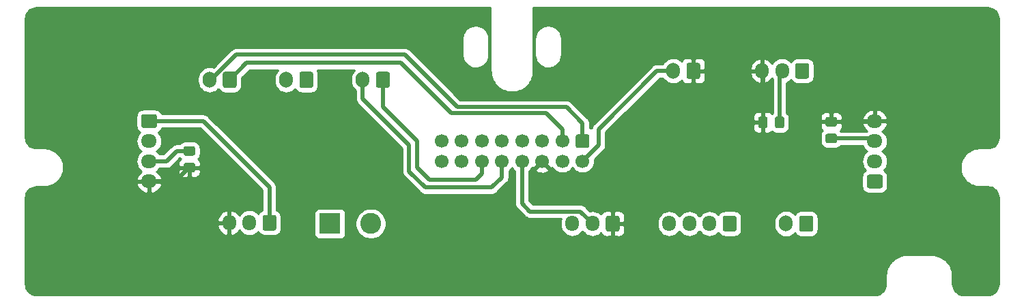
<source format=gbl>
G04 #@! TF.GenerationSoftware,KiCad,Pcbnew,(5.1.12)-1*
G04 #@! TF.CreationDate,2022-01-06T15:04:26+01:00*
G04 #@! TF.ProjectId,V0-UmbilicalBoard,56302d55-6d62-4696-9c69-63616c426f61,rev?*
G04 #@! TF.SameCoordinates,Original*
G04 #@! TF.FileFunction,Copper,L2,Bot*
G04 #@! TF.FilePolarity,Positive*
%FSLAX46Y46*%
G04 Gerber Fmt 4.6, Leading zero omitted, Abs format (unit mm)*
G04 Created by KiCad (PCBNEW (5.1.12)-1) date 2022-01-06 15:04:26*
%MOMM*%
%LPD*%
G01*
G04 APERTURE LIST*
G04 #@! TA.AperFunction,ComponentPad*
%ADD10C,1.700000*%
G04 #@! TD*
G04 #@! TA.AperFunction,ComponentPad*
%ADD11O,1.700000X1.950000*%
G04 #@! TD*
G04 #@! TA.AperFunction,ComponentPad*
%ADD12O,1.950000X1.700000*%
G04 #@! TD*
G04 #@! TA.AperFunction,ComponentPad*
%ADD13C,2.600000*%
G04 #@! TD*
G04 #@! TA.AperFunction,ComponentPad*
%ADD14R,2.600000X2.600000*%
G04 #@! TD*
G04 #@! TA.AperFunction,ComponentPad*
%ADD15O,1.700000X2.000000*%
G04 #@! TD*
G04 #@! TA.AperFunction,Conductor*
%ADD16C,0.500000*%
G04 #@! TD*
G04 #@! TA.AperFunction,Conductor*
%ADD17C,0.254000*%
G04 #@! TD*
G04 #@! TA.AperFunction,Conductor*
%ADD18C,0.100000*%
G04 #@! TD*
G04 APERTURE END LIST*
D10*
X91250000Y-101250000D03*
X93750000Y-101250000D03*
X96250000Y-101250000D03*
X98750000Y-101250000D03*
X101250000Y-101250000D03*
X103750000Y-101250000D03*
X106250000Y-101250000D03*
X108750000Y-101250000D03*
X91250000Y-98750000D03*
X93750000Y-98750000D03*
X96250000Y-98750000D03*
X98750000Y-98750000D03*
X101250000Y-98750000D03*
X103750000Y-98750000D03*
X106250000Y-98750000D03*
G04 #@! TA.AperFunction,ComponentPad*
G36*
G01*
X108150000Y-97900000D02*
X109350000Y-97900000D01*
G75*
G02*
X109600000Y-98150000I0J-250000D01*
G01*
X109600000Y-99350000D01*
G75*
G02*
X109350000Y-99600000I-250000J0D01*
G01*
X108150000Y-99600000D01*
G75*
G02*
X107900000Y-99350000I0J250000D01*
G01*
X107900000Y-98150000D01*
G75*
G02*
X108150000Y-97900000I250000J0D01*
G01*
G37*
G04 #@! TD.AperFunction*
D11*
X107500000Y-109000000D03*
X110000000Y-109000000D03*
G04 #@! TA.AperFunction,ComponentPad*
G36*
G01*
X113350000Y-108275000D02*
X113350000Y-109725000D01*
G75*
G02*
X113100000Y-109975000I-250000J0D01*
G01*
X111900000Y-109975000D01*
G75*
G02*
X111650000Y-109725000I0J250000D01*
G01*
X111650000Y-108275000D01*
G75*
G02*
X111900000Y-108025000I250000J0D01*
G01*
X113100000Y-108025000D01*
G75*
G02*
X113350000Y-108275000I0J-250000D01*
G01*
G37*
G04 #@! TD.AperFunction*
X64928000Y-108890000D03*
X67428000Y-108890000D03*
G04 #@! TA.AperFunction,ComponentPad*
G36*
G01*
X70778000Y-108165000D02*
X70778000Y-109615000D01*
G75*
G02*
X70528000Y-109865000I-250000J0D01*
G01*
X69328000Y-109865000D01*
G75*
G02*
X69078000Y-109615000I0J250000D01*
G01*
X69078000Y-108165000D01*
G75*
G02*
X69328000Y-107915000I250000J0D01*
G01*
X70528000Y-107915000D01*
G75*
G02*
X70778000Y-108165000I0J-250000D01*
G01*
G37*
G04 #@! TD.AperFunction*
G04 #@! TA.AperFunction,SMDPad,CuDef*
G36*
G01*
X59525000Y-101450000D02*
X60475000Y-101450000D01*
G75*
G02*
X60725000Y-101700000I0J-250000D01*
G01*
X60725000Y-102375000D01*
G75*
G02*
X60475000Y-102625000I-250000J0D01*
G01*
X59525000Y-102625000D01*
G75*
G02*
X59275000Y-102375000I0J250000D01*
G01*
X59275000Y-101700000D01*
G75*
G02*
X59525000Y-101450000I250000J0D01*
G01*
G37*
G04 #@! TD.AperFunction*
G04 #@! TA.AperFunction,SMDPad,CuDef*
G36*
G01*
X59525000Y-99375000D02*
X60475000Y-99375000D01*
G75*
G02*
X60725000Y-99625000I0J-250000D01*
G01*
X60725000Y-100300000D01*
G75*
G02*
X60475000Y-100550000I-250000J0D01*
G01*
X59525000Y-100550000D01*
G75*
G02*
X59275000Y-100300000I0J250000D01*
G01*
X59275000Y-99625000D01*
G75*
G02*
X59525000Y-99375000I250000J0D01*
G01*
G37*
G04 #@! TD.AperFunction*
G04 #@! TA.AperFunction,SMDPad,CuDef*
G36*
G01*
X131712500Y-95925000D02*
X131712500Y-96875000D01*
G75*
G02*
X131462500Y-97125000I-250000J0D01*
G01*
X130787500Y-97125000D01*
G75*
G02*
X130537500Y-96875000I0J250000D01*
G01*
X130537500Y-95925000D01*
G75*
G02*
X130787500Y-95675000I250000J0D01*
G01*
X131462500Y-95675000D01*
G75*
G02*
X131712500Y-95925000I0J-250000D01*
G01*
G37*
G04 #@! TD.AperFunction*
G04 #@! TA.AperFunction,SMDPad,CuDef*
G36*
G01*
X133787500Y-95925000D02*
X133787500Y-96875000D01*
G75*
G02*
X133537500Y-97125000I-250000J0D01*
G01*
X132862500Y-97125000D01*
G75*
G02*
X132612500Y-96875000I0J250000D01*
G01*
X132612500Y-95925000D01*
G75*
G02*
X132862500Y-95675000I250000J0D01*
G01*
X133537500Y-95675000D01*
G75*
G02*
X133787500Y-95925000I0J-250000D01*
G01*
G37*
G04 #@! TD.AperFunction*
G04 #@! TA.AperFunction,SMDPad,CuDef*
G36*
G01*
X140075000Y-96912500D02*
X139125000Y-96912500D01*
G75*
G02*
X138875000Y-96662500I0J250000D01*
G01*
X138875000Y-95987500D01*
G75*
G02*
X139125000Y-95737500I250000J0D01*
G01*
X140075000Y-95737500D01*
G75*
G02*
X140325000Y-95987500I0J-250000D01*
G01*
X140325000Y-96662500D01*
G75*
G02*
X140075000Y-96912500I-250000J0D01*
G01*
G37*
G04 #@! TD.AperFunction*
G04 #@! TA.AperFunction,SMDPad,CuDef*
G36*
G01*
X140075000Y-98987500D02*
X139125000Y-98987500D01*
G75*
G02*
X138875000Y-98737500I0J250000D01*
G01*
X138875000Y-98062500D01*
G75*
G02*
X139125000Y-97812500I250000J0D01*
G01*
X140075000Y-97812500D01*
G75*
G02*
X140325000Y-98062500I0J-250000D01*
G01*
X140325000Y-98737500D01*
G75*
G02*
X140075000Y-98987500I-250000J0D01*
G01*
G37*
G04 #@! TD.AperFunction*
D12*
X55000000Y-103750000D03*
X55000000Y-101250000D03*
X55000000Y-98750000D03*
G04 #@! TA.AperFunction,ComponentPad*
G36*
G01*
X54275000Y-95400000D02*
X55725000Y-95400000D01*
G75*
G02*
X55975000Y-95650000I0J-250000D01*
G01*
X55975000Y-96850000D01*
G75*
G02*
X55725000Y-97100000I-250000J0D01*
G01*
X54275000Y-97100000D01*
G75*
G02*
X54025000Y-96850000I0J250000D01*
G01*
X54025000Y-95650000D01*
G75*
G02*
X54275000Y-95400000I250000J0D01*
G01*
G37*
G04 #@! TD.AperFunction*
X145000000Y-96250000D03*
X145000000Y-98750000D03*
X145000000Y-101250000D03*
G04 #@! TA.AperFunction,ComponentPad*
G36*
G01*
X145725000Y-104600000D02*
X144275000Y-104600000D01*
G75*
G02*
X144025000Y-104350000I0J250000D01*
G01*
X144025000Y-103150000D01*
G75*
G02*
X144275000Y-102900000I250000J0D01*
G01*
X145725000Y-102900000D01*
G75*
G02*
X145975000Y-103150000I0J-250000D01*
G01*
X145975000Y-104350000D01*
G75*
G02*
X145725000Y-104600000I-250000J0D01*
G01*
G37*
G04 #@! TD.AperFunction*
D11*
X131000000Y-90000000D03*
X133500000Y-90000000D03*
G04 #@! TA.AperFunction,ComponentPad*
G36*
G01*
X136850000Y-89275000D02*
X136850000Y-90725000D01*
G75*
G02*
X136600000Y-90975000I-250000J0D01*
G01*
X135400000Y-90975000D01*
G75*
G02*
X135150000Y-90725000I0J250000D01*
G01*
X135150000Y-89275000D01*
G75*
G02*
X135400000Y-89025000I250000J0D01*
G01*
X136600000Y-89025000D01*
G75*
G02*
X136850000Y-89275000I0J-250000D01*
G01*
G37*
G04 #@! TD.AperFunction*
D13*
X82500000Y-109000000D03*
D14*
X77420000Y-109000000D03*
D11*
X119500000Y-109000000D03*
X122000000Y-109000000D03*
X124500000Y-109000000D03*
G04 #@! TA.AperFunction,ComponentPad*
G36*
G01*
X127850000Y-108275000D02*
X127850000Y-109725000D01*
G75*
G02*
X127600000Y-109975000I-250000J0D01*
G01*
X126400000Y-109975000D01*
G75*
G02*
X126150000Y-109725000I0J250000D01*
G01*
X126150000Y-108275000D01*
G75*
G02*
X126400000Y-108025000I250000J0D01*
G01*
X127600000Y-108025000D01*
G75*
G02*
X127850000Y-108275000I0J-250000D01*
G01*
G37*
G04 #@! TD.AperFunction*
D15*
X134000000Y-109000000D03*
G04 #@! TA.AperFunction,ComponentPad*
G36*
G01*
X137350000Y-108250000D02*
X137350000Y-109750000D01*
G75*
G02*
X137100000Y-110000000I-250000J0D01*
G01*
X135900000Y-110000000D01*
G75*
G02*
X135650000Y-109750000I0J250000D01*
G01*
X135650000Y-108250000D01*
G75*
G02*
X135900000Y-108000000I250000J0D01*
G01*
X137100000Y-108000000D01*
G75*
G02*
X137350000Y-108250000I0J-250000D01*
G01*
G37*
G04 #@! TD.AperFunction*
X120000000Y-90000000D03*
G04 #@! TA.AperFunction,ComponentPad*
G36*
G01*
X123350000Y-89250000D02*
X123350000Y-90750000D01*
G75*
G02*
X123100000Y-91000000I-250000J0D01*
G01*
X121900000Y-91000000D01*
G75*
G02*
X121650000Y-90750000I0J250000D01*
G01*
X121650000Y-89250000D01*
G75*
G02*
X121900000Y-89000000I250000J0D01*
G01*
X123100000Y-89000000D01*
G75*
G02*
X123350000Y-89250000I0J-250000D01*
G01*
G37*
G04 #@! TD.AperFunction*
X62500000Y-91110000D03*
G04 #@! TA.AperFunction,ComponentPad*
G36*
G01*
X65850000Y-90360000D02*
X65850000Y-91860000D01*
G75*
G02*
X65600000Y-92110000I-250000J0D01*
G01*
X64400000Y-92110000D01*
G75*
G02*
X64150000Y-91860000I0J250000D01*
G01*
X64150000Y-90360000D01*
G75*
G02*
X64400000Y-90110000I250000J0D01*
G01*
X65600000Y-90110000D01*
G75*
G02*
X65850000Y-90360000I0J-250000D01*
G01*
G37*
G04 #@! TD.AperFunction*
X81500000Y-91110000D03*
G04 #@! TA.AperFunction,ComponentPad*
G36*
G01*
X84850000Y-90360000D02*
X84850000Y-91860000D01*
G75*
G02*
X84600000Y-92110000I-250000J0D01*
G01*
X83400000Y-92110000D01*
G75*
G02*
X83150000Y-91860000I0J250000D01*
G01*
X83150000Y-90360000D01*
G75*
G02*
X83400000Y-90110000I250000J0D01*
G01*
X84600000Y-90110000D01*
G75*
G02*
X84850000Y-90360000I0J-250000D01*
G01*
G37*
G04 #@! TD.AperFunction*
X72000000Y-91110000D03*
G04 #@! TA.AperFunction,ComponentPad*
G36*
G01*
X75350000Y-90360000D02*
X75350000Y-91860000D01*
G75*
G02*
X75100000Y-92110000I-250000J0D01*
G01*
X73900000Y-92110000D01*
G75*
G02*
X73650000Y-91860000I0J250000D01*
G01*
X73650000Y-90360000D01*
G75*
G02*
X73900000Y-90110000I250000J0D01*
G01*
X75100000Y-90110000D01*
G75*
G02*
X75350000Y-90360000I0J-250000D01*
G01*
G37*
G04 #@! TD.AperFunction*
D16*
X81500000Y-91110000D02*
X81500000Y-93500000D01*
X81500000Y-93500000D02*
X87250000Y-99250000D01*
X87250000Y-99250000D02*
X87250000Y-102500000D01*
X87250000Y-102500000D02*
X89250000Y-104500000D01*
X89250000Y-104500000D02*
X97500000Y-104500000D01*
X98750000Y-103250000D02*
X98750000Y-101250000D01*
X97500000Y-104500000D02*
X98750000Y-103250000D01*
X84000000Y-91110000D02*
X84000000Y-94500000D01*
X84000000Y-94500000D02*
X88250000Y-98750000D01*
X88250000Y-98750000D02*
X88250000Y-102000000D01*
X88250000Y-102000000D02*
X89750000Y-103500000D01*
X89750000Y-103500000D02*
X95500000Y-103500000D01*
X96250000Y-102750000D02*
X96250000Y-101250000D01*
X95500000Y-103500000D02*
X96250000Y-102750000D01*
X58287500Y-103750000D02*
X60000000Y-102037500D01*
X55000000Y-103750000D02*
X58287500Y-103750000D01*
X144925000Y-96325000D02*
X145000000Y-96250000D01*
X139600000Y-96325000D02*
X144925000Y-96325000D01*
X131125000Y-90125000D02*
X131000000Y-90000000D01*
X131125000Y-96400000D02*
X131125000Y-90125000D01*
X60000000Y-99962500D02*
X58437500Y-99962500D01*
X57150000Y-101250000D02*
X55000000Y-101250000D01*
X58437500Y-99962500D02*
X57150000Y-101250000D01*
X144650000Y-98400000D02*
X145000000Y-98750000D01*
X139600000Y-98400000D02*
X144650000Y-98400000D01*
X133200000Y-90300000D02*
X133500000Y-90000000D01*
X133200000Y-96400000D02*
X133200000Y-90300000D01*
X55000000Y-96250000D02*
X61706000Y-96250000D01*
X69928000Y-104472000D02*
X69928000Y-108890000D01*
X61706000Y-96250000D02*
X69928000Y-104472000D01*
X65000000Y-91110000D02*
X67110000Y-89000000D01*
X67110000Y-89000000D02*
X86250000Y-89000000D01*
X86250000Y-89000000D02*
X92500000Y-95250000D01*
X92500000Y-95250000D02*
X104250000Y-95250000D01*
X106250000Y-97250000D02*
X106250000Y-98750000D01*
X104250000Y-95250000D02*
X106250000Y-97250000D01*
X62660034Y-91110000D02*
X65770034Y-88000000D01*
X62500000Y-91110000D02*
X62660034Y-91110000D01*
X65770034Y-88000000D02*
X86750000Y-88000000D01*
X86750000Y-88000000D02*
X93250000Y-94500000D01*
X93250000Y-94500000D02*
X106750000Y-94500000D01*
X108750000Y-96500000D02*
X108750000Y-98750000D01*
X106750000Y-94500000D02*
X108750000Y-96500000D01*
X120000000Y-90000000D02*
X118000000Y-90000000D01*
X118000000Y-90000000D02*
X110750000Y-97250000D01*
X110750000Y-99250000D02*
X108750000Y-101250000D01*
X110750000Y-97250000D02*
X110750000Y-99250000D01*
X101250000Y-101250000D02*
X101250000Y-106500000D01*
X101250000Y-106500000D02*
X102250000Y-107500000D01*
X108500000Y-107500000D02*
X110000000Y-109000000D01*
X102250000Y-107500000D02*
X108500000Y-107500000D01*
D17*
X97340001Y-90032419D02*
X97343345Y-90066372D01*
X97343345Y-90092329D01*
X97344308Y-90101494D01*
X97387818Y-90489393D01*
X97400249Y-90547873D01*
X97411873Y-90606583D01*
X97414599Y-90615386D01*
X97532623Y-90987447D01*
X97556189Y-91042430D01*
X97578984Y-91097736D01*
X97583367Y-91105842D01*
X97771411Y-91447892D01*
X97805188Y-91497221D01*
X97838309Y-91547074D01*
X97844184Y-91554174D01*
X98095084Y-91853185D01*
X98137814Y-91895029D01*
X98179973Y-91937484D01*
X98187114Y-91943308D01*
X98491316Y-92187892D01*
X98541361Y-92220640D01*
X98590962Y-92254097D01*
X98599099Y-92258423D01*
X98945011Y-92439262D01*
X99000460Y-92461665D01*
X99055619Y-92484852D01*
X99064441Y-92487515D01*
X99438891Y-92597722D01*
X99497621Y-92608925D01*
X99556250Y-92620960D01*
X99565421Y-92621859D01*
X99954147Y-92657235D01*
X100013964Y-92656817D01*
X100073781Y-92657235D01*
X100082952Y-92656335D01*
X100082954Y-92656335D01*
X100471145Y-92615534D01*
X100529708Y-92603513D01*
X100588501Y-92592298D01*
X100597323Y-92589634D01*
X100970198Y-92474210D01*
X101025353Y-92451025D01*
X101080806Y-92428621D01*
X101088943Y-92424294D01*
X101432298Y-92238643D01*
X101481849Y-92205220D01*
X101531946Y-92172438D01*
X101539087Y-92166613D01*
X101839841Y-91917806D01*
X101881981Y-91875371D01*
X101924730Y-91833508D01*
X101930604Y-91826408D01*
X102177305Y-91523923D01*
X102210409Y-91474096D01*
X102244204Y-91424741D01*
X102248587Y-91416635D01*
X102431837Y-91071993D01*
X102454631Y-91016689D01*
X102478198Y-90961705D01*
X102480923Y-90952902D01*
X102593741Y-90579230D01*
X102605361Y-90520542D01*
X102617797Y-90462039D01*
X102618760Y-90452874D01*
X102656850Y-90064405D01*
X102656850Y-90064402D01*
X102660000Y-90032419D01*
X102660000Y-85967582D01*
X102840000Y-85967582D01*
X102840001Y-88032419D01*
X102843247Y-88065377D01*
X102843247Y-88078367D01*
X102844210Y-88087532D01*
X102865965Y-88281481D01*
X102878397Y-88339966D01*
X102890022Y-88398676D01*
X102892747Y-88407479D01*
X102951760Y-88593509D01*
X102975338Y-88648519D01*
X102998120Y-88703794D01*
X103002503Y-88711900D01*
X103096525Y-88882925D01*
X103130308Y-88932264D01*
X103163423Y-88982106D01*
X103169297Y-88989206D01*
X103294747Y-89138712D01*
X103337477Y-89180557D01*
X103379638Y-89223013D01*
X103386780Y-89228837D01*
X103538879Y-89351128D01*
X103588941Y-89383887D01*
X103638523Y-89417331D01*
X103646660Y-89421657D01*
X103646663Y-89421659D01*
X103646667Y-89421660D01*
X103819615Y-89512077D01*
X103875053Y-89534475D01*
X103930228Y-89557669D01*
X103939050Y-89560332D01*
X104126275Y-89615435D01*
X104184983Y-89626633D01*
X104243628Y-89638672D01*
X104252799Y-89639570D01*
X104447161Y-89657259D01*
X104506943Y-89656842D01*
X104566801Y-89657260D01*
X104575972Y-89656360D01*
X104770069Y-89635959D01*
X104828658Y-89623932D01*
X104887423Y-89612723D01*
X104896245Y-89610059D01*
X105082683Y-89552347D01*
X105137838Y-89529162D01*
X105193291Y-89506758D01*
X105201427Y-89502432D01*
X105373104Y-89409607D01*
X105422699Y-89376154D01*
X105472753Y-89343400D01*
X105479894Y-89337576D01*
X105630272Y-89213172D01*
X105672411Y-89170737D01*
X105715161Y-89128874D01*
X105721034Y-89121773D01*
X105844384Y-88970531D01*
X105877477Y-88920723D01*
X105911284Y-88871349D01*
X105915667Y-88863243D01*
X106007292Y-88690920D01*
X106030090Y-88635608D01*
X106053652Y-88580634D01*
X106056377Y-88571831D01*
X106112786Y-88384994D01*
X106124405Y-88326314D01*
X106136842Y-88267804D01*
X106137805Y-88258639D01*
X106156850Y-88064406D01*
X106156850Y-88064402D01*
X106160000Y-88032419D01*
X106160000Y-85967581D01*
X106156753Y-85934613D01*
X106156753Y-85921633D01*
X106155790Y-85912468D01*
X106134035Y-85718518D01*
X106121600Y-85660019D01*
X106109978Y-85601325D01*
X106107253Y-85592522D01*
X106048240Y-85406491D01*
X106024674Y-85351509D01*
X106001880Y-85296206D01*
X105997497Y-85288100D01*
X105903475Y-85117075D01*
X105869702Y-85067752D01*
X105836577Y-85017894D01*
X105830703Y-85010794D01*
X105705253Y-84861288D01*
X105662523Y-84819443D01*
X105620362Y-84776987D01*
X105613220Y-84771163D01*
X105461120Y-84648872D01*
X105411061Y-84616114D01*
X105361477Y-84582669D01*
X105353340Y-84578343D01*
X105353337Y-84578341D01*
X105353333Y-84578340D01*
X105180384Y-84487923D01*
X105124972Y-84465535D01*
X105069772Y-84442331D01*
X105060950Y-84439668D01*
X104873724Y-84384565D01*
X104814986Y-84373360D01*
X104756372Y-84361328D01*
X104747200Y-84360429D01*
X104552839Y-84342741D01*
X104493057Y-84343158D01*
X104433199Y-84342740D01*
X104424028Y-84343640D01*
X104229931Y-84364041D01*
X104171348Y-84376066D01*
X104112577Y-84387277D01*
X104103755Y-84389941D01*
X103917317Y-84447653D01*
X103862162Y-84470838D01*
X103806709Y-84493242D01*
X103798573Y-84497568D01*
X103626896Y-84590393D01*
X103577278Y-84623861D01*
X103527247Y-84656600D01*
X103520106Y-84662424D01*
X103369728Y-84786828D01*
X103327589Y-84829263D01*
X103284839Y-84871126D01*
X103278966Y-84878227D01*
X103155616Y-85029469D01*
X103122534Y-85079262D01*
X103088716Y-85128651D01*
X103084333Y-85136757D01*
X102992708Y-85309079D01*
X102969909Y-85364394D01*
X102946348Y-85419366D01*
X102943623Y-85428169D01*
X102887214Y-85615005D01*
X102875594Y-85673693D01*
X102863158Y-85732196D01*
X102862195Y-85741361D01*
X102843150Y-85935595D01*
X102840000Y-85967582D01*
X102660000Y-85967582D01*
X102660000Y-82160000D01*
X158967721Y-82160000D01*
X159259659Y-82188625D01*
X159509429Y-82264035D01*
X159739792Y-82386522D01*
X159941980Y-82551422D01*
X160108286Y-82752450D01*
X160232378Y-82981954D01*
X160309531Y-83231195D01*
X160340001Y-83521098D01*
X160340000Y-98217721D01*
X160311375Y-98509660D01*
X160235965Y-98759429D01*
X160113477Y-98989794D01*
X159948579Y-99191979D01*
X159747546Y-99358288D01*
X159518046Y-99482378D01*
X159268805Y-99559531D01*
X158978911Y-99590000D01*
X157967581Y-99590000D01*
X157933862Y-99593321D01*
X157911161Y-99593321D01*
X157901996Y-99594284D01*
X157562586Y-99632355D01*
X157504089Y-99644789D01*
X157445395Y-99656411D01*
X157436592Y-99659136D01*
X157111039Y-99762407D01*
X157056092Y-99785958D01*
X157000751Y-99808767D01*
X156992645Y-99813150D01*
X156693351Y-99977688D01*
X156643979Y-100011494D01*
X156594168Y-100044588D01*
X156587068Y-100050462D01*
X156325433Y-100270000D01*
X156283589Y-100312730D01*
X156241135Y-100354888D01*
X156235310Y-100362030D01*
X156021300Y-100628205D01*
X155988547Y-100678257D01*
X155955094Y-100727852D01*
X155950771Y-100735984D01*
X155950768Y-100735988D01*
X155950768Y-100735989D01*
X155792534Y-101038663D01*
X155770138Y-101094095D01*
X155746944Y-101149271D01*
X155744281Y-101158093D01*
X155647850Y-101485738D01*
X155636652Y-101544439D01*
X155624612Y-101603095D01*
X155623713Y-101612266D01*
X155592759Y-101952401D01*
X155593177Y-102012217D01*
X155592759Y-102072033D01*
X155593658Y-102081205D01*
X155629358Y-102420874D01*
X155641390Y-102479486D01*
X155652595Y-102538231D01*
X155655259Y-102547053D01*
X155756255Y-102873319D01*
X155779435Y-102928462D01*
X155801844Y-102983927D01*
X155806171Y-102992064D01*
X155968616Y-103292500D01*
X156002061Y-103342084D01*
X156034821Y-103392147D01*
X156040646Y-103399288D01*
X156258351Y-103662449D01*
X156300823Y-103704626D01*
X156342651Y-103747339D01*
X156349751Y-103753213D01*
X156614426Y-103969076D01*
X156664250Y-104002179D01*
X156713606Y-104035974D01*
X156721713Y-104040357D01*
X157023274Y-104200701D01*
X157078580Y-104223496D01*
X157133563Y-104247062D01*
X157142366Y-104249787D01*
X157469329Y-104348503D01*
X157528000Y-104360120D01*
X157586521Y-104372559D01*
X157595686Y-104373522D01*
X157935596Y-104406850D01*
X157935598Y-104406850D01*
X157967581Y-104410000D01*
X158967721Y-104410000D01*
X159259659Y-104438625D01*
X159509429Y-104514035D01*
X159739792Y-104636522D01*
X159941980Y-104801422D01*
X160108286Y-105002450D01*
X160232378Y-105231954D01*
X160309531Y-105481195D01*
X160340001Y-105771098D01*
X160340000Y-116467721D01*
X160311375Y-116759660D01*
X160235965Y-117009429D01*
X160113477Y-117239794D01*
X159948579Y-117441979D01*
X159747546Y-117608288D01*
X159518046Y-117732378D01*
X159268805Y-117809531D01*
X158978911Y-117840000D01*
X156032279Y-117840000D01*
X155740340Y-117811375D01*
X155490571Y-117735965D01*
X155260206Y-117613477D01*
X155058021Y-117448579D01*
X154891712Y-117247546D01*
X154767622Y-117018046D01*
X154690469Y-116768805D01*
X154660000Y-116478911D01*
X154660000Y-115467581D01*
X154657148Y-115438627D01*
X154657235Y-115426219D01*
X154656335Y-115417047D01*
X154615534Y-115028855D01*
X154603514Y-114970299D01*
X154592298Y-114911498D01*
X154589634Y-114902677D01*
X154474210Y-114529802D01*
X154451025Y-114474647D01*
X154428621Y-114419194D01*
X154424294Y-114411058D01*
X154424294Y-114411057D01*
X154424291Y-114411053D01*
X154238643Y-114067702D01*
X154205187Y-114018101D01*
X154172437Y-113968054D01*
X154166613Y-113960913D01*
X153917806Y-113660158D01*
X153875371Y-113618019D01*
X153833508Y-113575269D01*
X153826407Y-113569396D01*
X153523923Y-113322695D01*
X153474107Y-113289598D01*
X153424741Y-113255795D01*
X153416635Y-113251413D01*
X153071993Y-113068163D01*
X153016687Y-113045368D01*
X152961704Y-113021802D01*
X152952901Y-113019077D01*
X152579230Y-112906259D01*
X152520542Y-112894639D01*
X152462039Y-112882203D01*
X152452874Y-112881240D01*
X152064405Y-112843150D01*
X152064402Y-112843150D01*
X152032419Y-112840000D01*
X148967581Y-112840000D01*
X148938627Y-112842852D01*
X148926219Y-112842765D01*
X148917047Y-112843665D01*
X148528855Y-112884466D01*
X148470299Y-112896486D01*
X148411498Y-112907702D01*
X148402677Y-112910366D01*
X148029802Y-113025790D01*
X147974647Y-113048975D01*
X147919194Y-113071379D01*
X147911062Y-113075704D01*
X147911057Y-113075706D01*
X147911053Y-113075709D01*
X147567702Y-113261357D01*
X147518101Y-113294813D01*
X147468054Y-113327563D01*
X147460913Y-113333387D01*
X147160158Y-113582194D01*
X147118019Y-113624629D01*
X147075269Y-113666492D01*
X147069396Y-113673593D01*
X146822695Y-113976077D01*
X146789598Y-114025893D01*
X146755795Y-114075259D01*
X146751413Y-114083365D01*
X146568163Y-114428007D01*
X146545368Y-114483313D01*
X146521802Y-114538296D01*
X146519077Y-114547099D01*
X146406259Y-114920770D01*
X146394639Y-114979458D01*
X146382203Y-115037961D01*
X146381240Y-115047126D01*
X146343150Y-115435595D01*
X146340000Y-115467582D01*
X146340001Y-116467711D01*
X146311375Y-116759660D01*
X146235965Y-117009429D01*
X146113477Y-117239794D01*
X145948579Y-117441979D01*
X145747546Y-117608288D01*
X145518046Y-117732378D01*
X145268805Y-117809531D01*
X144978911Y-117840000D01*
X41032279Y-117840000D01*
X40740340Y-117811375D01*
X40490571Y-117735965D01*
X40260206Y-117613477D01*
X40058021Y-117448579D01*
X39891712Y-117247546D01*
X39767622Y-117018046D01*
X39690469Y-116768805D01*
X39660000Y-116478911D01*
X39660000Y-109249267D01*
X63461680Y-109249267D01*
X63535558Y-109530830D01*
X63662947Y-109792570D01*
X63838951Y-110024429D01*
X64056807Y-110217496D01*
X64308142Y-110364352D01*
X64571110Y-110456476D01*
X64801000Y-110335155D01*
X64801000Y-109017000D01*
X63601835Y-109017000D01*
X63461680Y-109249267D01*
X39660000Y-109249267D01*
X39660000Y-108530733D01*
X63461680Y-108530733D01*
X63601835Y-108763000D01*
X64801000Y-108763000D01*
X64801000Y-107444845D01*
X64571110Y-107323524D01*
X64308142Y-107415648D01*
X64056807Y-107562504D01*
X63838951Y-107755571D01*
X63662947Y-107987430D01*
X63535558Y-108249170D01*
X63461680Y-108530733D01*
X39660000Y-108530733D01*
X39660000Y-105782279D01*
X39688625Y-105490341D01*
X39764035Y-105240571D01*
X39886522Y-105010208D01*
X40051422Y-104808020D01*
X40252450Y-104641714D01*
X40481954Y-104517622D01*
X40731195Y-104440469D01*
X41021088Y-104410000D01*
X42032419Y-104410000D01*
X42066138Y-104406679D01*
X42088839Y-104406679D01*
X42098003Y-104405716D01*
X42437414Y-104367645D01*
X42495917Y-104355209D01*
X42554605Y-104343589D01*
X42563408Y-104340864D01*
X42888961Y-104237593D01*
X42943908Y-104214042D01*
X42999249Y-104191233D01*
X43007355Y-104186850D01*
X43152801Y-104106890D01*
X53433524Y-104106890D01*
X53525648Y-104369858D01*
X53672504Y-104621193D01*
X53865571Y-104839049D01*
X54097430Y-105015053D01*
X54359170Y-105142442D01*
X54640733Y-105216320D01*
X54873000Y-105076165D01*
X54873000Y-103877000D01*
X55127000Y-103877000D01*
X55127000Y-105076165D01*
X55359267Y-105216320D01*
X55640830Y-105142442D01*
X55902570Y-105015053D01*
X56134429Y-104839049D01*
X56327496Y-104621193D01*
X56474352Y-104369858D01*
X56566476Y-104106890D01*
X56445155Y-103877000D01*
X55127000Y-103877000D01*
X54873000Y-103877000D01*
X53554845Y-103877000D01*
X53433524Y-104106890D01*
X43152801Y-104106890D01*
X43306649Y-104022312D01*
X43356005Y-103988517D01*
X43405832Y-103955412D01*
X43412932Y-103949538D01*
X43674567Y-103730000D01*
X43716411Y-103687270D01*
X43758865Y-103645112D01*
X43764689Y-103637970D01*
X43978700Y-103371796D01*
X44011450Y-103321749D01*
X44044906Y-103272148D01*
X44049232Y-103264011D01*
X44207466Y-102961337D01*
X44229862Y-102905905D01*
X44253056Y-102850729D01*
X44255719Y-102841907D01*
X44352150Y-102514262D01*
X44363349Y-102455554D01*
X44375388Y-102396905D01*
X44376287Y-102387733D01*
X44407241Y-102047599D01*
X44406823Y-101987783D01*
X44407241Y-101927967D01*
X44406342Y-101918796D01*
X44370642Y-101579126D01*
X44358610Y-101520514D01*
X44347405Y-101461769D01*
X44344741Y-101452947D01*
X44243745Y-101126681D01*
X44220565Y-101071538D01*
X44198156Y-101016073D01*
X44193829Y-101007936D01*
X44031384Y-100707500D01*
X43997939Y-100657916D01*
X43965179Y-100607853D01*
X43959354Y-100600712D01*
X43741648Y-100337551D01*
X43699212Y-100295410D01*
X43657349Y-100252661D01*
X43650248Y-100246787D01*
X43385574Y-100030924D01*
X43335716Y-99997799D01*
X43286393Y-99964026D01*
X43278287Y-99959643D01*
X42976725Y-99799299D01*
X42921433Y-99776510D01*
X42866437Y-99752938D01*
X42857634Y-99750213D01*
X42530671Y-99651497D01*
X42472000Y-99639880D01*
X42413479Y-99627441D01*
X42404314Y-99626478D01*
X42064404Y-99593150D01*
X42064402Y-99593150D01*
X42032419Y-99590000D01*
X41032269Y-99590000D01*
X40740340Y-99561376D01*
X40490572Y-99485967D01*
X40260206Y-99363479D01*
X40058021Y-99198581D01*
X39891712Y-98997547D01*
X39767621Y-98768046D01*
X39762035Y-98750000D01*
X53382815Y-98750000D01*
X53411487Y-99041111D01*
X53496401Y-99321034D01*
X53634294Y-99579014D01*
X53819866Y-99805134D01*
X54045986Y-99990706D01*
X54063374Y-100000000D01*
X54045986Y-100009294D01*
X53819866Y-100194866D01*
X53634294Y-100420986D01*
X53496401Y-100678966D01*
X53411487Y-100958889D01*
X53382815Y-101250000D01*
X53411487Y-101541111D01*
X53496401Y-101821034D01*
X53634294Y-102079014D01*
X53819866Y-102305134D01*
X54045986Y-102490706D01*
X54071722Y-102504462D01*
X53865571Y-102660951D01*
X53672504Y-102878807D01*
X53525648Y-103130142D01*
X53433524Y-103393110D01*
X53554845Y-103623000D01*
X54873000Y-103623000D01*
X54873000Y-103603000D01*
X55127000Y-103603000D01*
X55127000Y-103623000D01*
X56445155Y-103623000D01*
X56566476Y-103393110D01*
X56474352Y-103130142D01*
X56327496Y-102878807D01*
X56134429Y-102660951D01*
X56087069Y-102625000D01*
X58636928Y-102625000D01*
X58649188Y-102749482D01*
X58685498Y-102869180D01*
X58744463Y-102979494D01*
X58823815Y-103076185D01*
X58920506Y-103155537D01*
X59030820Y-103214502D01*
X59150518Y-103250812D01*
X59275000Y-103263072D01*
X59714250Y-103260000D01*
X59873000Y-103101250D01*
X59873000Y-102164500D01*
X60127000Y-102164500D01*
X60127000Y-103101250D01*
X60285750Y-103260000D01*
X60725000Y-103263072D01*
X60849482Y-103250812D01*
X60969180Y-103214502D01*
X61079494Y-103155537D01*
X61176185Y-103076185D01*
X61255537Y-102979494D01*
X61314502Y-102869180D01*
X61350812Y-102749482D01*
X61363072Y-102625000D01*
X61360000Y-102323250D01*
X61201250Y-102164500D01*
X60127000Y-102164500D01*
X59873000Y-102164500D01*
X58798750Y-102164500D01*
X58640000Y-102323250D01*
X58636928Y-102625000D01*
X56087069Y-102625000D01*
X55928278Y-102504462D01*
X55954014Y-102490706D01*
X56180134Y-102305134D01*
X56319759Y-102135000D01*
X57106531Y-102135000D01*
X57150000Y-102139281D01*
X57193469Y-102135000D01*
X57193477Y-102135000D01*
X57323490Y-102122195D01*
X57490313Y-102071589D01*
X57644059Y-101989411D01*
X57778817Y-101878817D01*
X57806534Y-101845044D01*
X58804079Y-100847500D01*
X58831005Y-100847500D01*
X58897038Y-100927962D01*
X58903594Y-100933342D01*
X58823815Y-100998815D01*
X58744463Y-101095506D01*
X58685498Y-101205820D01*
X58649188Y-101325518D01*
X58636928Y-101450000D01*
X58640000Y-101751750D01*
X58798750Y-101910500D01*
X59873000Y-101910500D01*
X59873000Y-101890500D01*
X60127000Y-101890500D01*
X60127000Y-101910500D01*
X61201250Y-101910500D01*
X61360000Y-101751750D01*
X61363072Y-101450000D01*
X61350812Y-101325518D01*
X61314502Y-101205820D01*
X61255537Y-101095506D01*
X61176185Y-100998815D01*
X61096406Y-100933342D01*
X61102962Y-100927962D01*
X61213405Y-100793386D01*
X61295472Y-100639850D01*
X61346008Y-100473254D01*
X61363072Y-100300000D01*
X61363072Y-99625000D01*
X61346008Y-99451746D01*
X61295472Y-99285150D01*
X61213405Y-99131614D01*
X61102962Y-98997038D01*
X60968386Y-98886595D01*
X60814850Y-98804528D01*
X60648254Y-98753992D01*
X60475000Y-98736928D01*
X59525000Y-98736928D01*
X59351746Y-98753992D01*
X59185150Y-98804528D01*
X59031614Y-98886595D01*
X58897038Y-98997038D01*
X58831005Y-99077500D01*
X58480969Y-99077500D01*
X58437500Y-99073219D01*
X58394031Y-99077500D01*
X58394023Y-99077500D01*
X58278806Y-99088848D01*
X58264009Y-99090305D01*
X58213403Y-99105657D01*
X58097187Y-99140911D01*
X57943441Y-99223089D01*
X57929048Y-99234901D01*
X57842453Y-99305968D01*
X57842451Y-99305970D01*
X57808683Y-99333683D01*
X57780970Y-99367451D01*
X56783422Y-100365000D01*
X56319759Y-100365000D01*
X56180134Y-100194866D01*
X55954014Y-100009294D01*
X55936626Y-100000000D01*
X55954014Y-99990706D01*
X56180134Y-99805134D01*
X56365706Y-99579014D01*
X56503599Y-99321034D01*
X56588513Y-99041111D01*
X56617185Y-98750000D01*
X56588513Y-98458889D01*
X56503599Y-98178966D01*
X56365706Y-97920986D01*
X56180134Y-97694866D01*
X56116663Y-97642777D01*
X56218386Y-97588405D01*
X56352962Y-97477962D01*
X56463405Y-97343386D01*
X56545472Y-97189850D01*
X56562110Y-97135000D01*
X61339422Y-97135000D01*
X69043000Y-104838579D01*
X69043001Y-107327889D01*
X68988150Y-107344528D01*
X68834614Y-107426595D01*
X68700038Y-107537038D01*
X68589595Y-107671614D01*
X68535223Y-107773337D01*
X68483134Y-107709866D01*
X68257014Y-107524294D01*
X67999034Y-107386401D01*
X67719111Y-107301487D01*
X67428000Y-107272815D01*
X67136890Y-107301487D01*
X66856967Y-107386401D01*
X66598987Y-107524294D01*
X66372866Y-107709866D01*
X66187294Y-107935986D01*
X66173538Y-107961722D01*
X66017049Y-107755571D01*
X65799193Y-107562504D01*
X65547858Y-107415648D01*
X65284890Y-107323524D01*
X65055000Y-107444845D01*
X65055000Y-108763000D01*
X65075000Y-108763000D01*
X65075000Y-109017000D01*
X65055000Y-109017000D01*
X65055000Y-110335155D01*
X65284890Y-110456476D01*
X65547858Y-110364352D01*
X65799193Y-110217496D01*
X66017049Y-110024429D01*
X66173538Y-109818278D01*
X66187294Y-109844013D01*
X66372866Y-110070134D01*
X66598986Y-110255706D01*
X66856966Y-110393599D01*
X67136889Y-110478513D01*
X67428000Y-110507185D01*
X67719110Y-110478513D01*
X67999033Y-110393599D01*
X68257013Y-110255706D01*
X68483134Y-110070134D01*
X68535223Y-110006663D01*
X68589595Y-110108386D01*
X68700038Y-110242962D01*
X68834614Y-110353405D01*
X68988150Y-110435472D01*
X69154746Y-110486008D01*
X69328000Y-110503072D01*
X70528000Y-110503072D01*
X70701254Y-110486008D01*
X70867850Y-110435472D01*
X71021386Y-110353405D01*
X71155962Y-110242962D01*
X71266405Y-110108386D01*
X71348472Y-109954850D01*
X71399008Y-109788254D01*
X71416072Y-109615000D01*
X71416072Y-108165000D01*
X71399008Y-107991746D01*
X71348472Y-107825150D01*
X71281578Y-107700000D01*
X75481928Y-107700000D01*
X75481928Y-110300000D01*
X75494188Y-110424482D01*
X75530498Y-110544180D01*
X75589463Y-110654494D01*
X75668815Y-110751185D01*
X75765506Y-110830537D01*
X75875820Y-110889502D01*
X75995518Y-110925812D01*
X76120000Y-110938072D01*
X78720000Y-110938072D01*
X78844482Y-110925812D01*
X78964180Y-110889502D01*
X79074494Y-110830537D01*
X79171185Y-110751185D01*
X79250537Y-110654494D01*
X79309502Y-110544180D01*
X79345812Y-110424482D01*
X79358072Y-110300000D01*
X79358072Y-108809419D01*
X80565000Y-108809419D01*
X80565000Y-109190581D01*
X80639361Y-109564419D01*
X80785225Y-109916566D01*
X80996987Y-110233491D01*
X81266509Y-110503013D01*
X81583434Y-110714775D01*
X81935581Y-110860639D01*
X82309419Y-110935000D01*
X82690581Y-110935000D01*
X83064419Y-110860639D01*
X83416566Y-110714775D01*
X83733491Y-110503013D01*
X84003013Y-110233491D01*
X84214775Y-109916566D01*
X84360639Y-109564419D01*
X84435000Y-109190581D01*
X84435000Y-108809419D01*
X84360639Y-108435581D01*
X84214775Y-108083434D01*
X84003013Y-107766509D01*
X83733491Y-107496987D01*
X83416566Y-107285225D01*
X83064419Y-107139361D01*
X82690581Y-107065000D01*
X82309419Y-107065000D01*
X81935581Y-107139361D01*
X81583434Y-107285225D01*
X81266509Y-107496987D01*
X80996987Y-107766509D01*
X80785225Y-108083434D01*
X80639361Y-108435581D01*
X80565000Y-108809419D01*
X79358072Y-108809419D01*
X79358072Y-107700000D01*
X79345812Y-107575518D01*
X79309502Y-107455820D01*
X79250537Y-107345506D01*
X79171185Y-107248815D01*
X79074494Y-107169463D01*
X78964180Y-107110498D01*
X78844482Y-107074188D01*
X78720000Y-107061928D01*
X76120000Y-107061928D01*
X75995518Y-107074188D01*
X75875820Y-107110498D01*
X75765506Y-107169463D01*
X75668815Y-107248815D01*
X75589463Y-107345506D01*
X75530498Y-107455820D01*
X75494188Y-107575518D01*
X75481928Y-107700000D01*
X71281578Y-107700000D01*
X71266405Y-107671614D01*
X71155962Y-107537038D01*
X71021386Y-107426595D01*
X70867850Y-107344528D01*
X70813000Y-107327890D01*
X70813000Y-104515469D01*
X70817281Y-104472000D01*
X70813000Y-104428531D01*
X70813000Y-104428523D01*
X70800195Y-104298510D01*
X70749589Y-104131687D01*
X70667411Y-103977941D01*
X70664804Y-103974764D01*
X70584532Y-103876953D01*
X70584530Y-103876951D01*
X70556817Y-103843183D01*
X70523051Y-103815472D01*
X62362534Y-95654956D01*
X62334817Y-95621183D01*
X62200059Y-95510589D01*
X62046313Y-95428411D01*
X61879490Y-95377805D01*
X61749477Y-95365000D01*
X61749469Y-95365000D01*
X61706000Y-95360719D01*
X61662531Y-95365000D01*
X56562110Y-95365000D01*
X56545472Y-95310150D01*
X56463405Y-95156614D01*
X56352962Y-95022038D01*
X56218386Y-94911595D01*
X56064850Y-94829528D01*
X55898254Y-94778992D01*
X55725000Y-94761928D01*
X54275000Y-94761928D01*
X54101746Y-94778992D01*
X53935150Y-94829528D01*
X53781614Y-94911595D01*
X53647038Y-95022038D01*
X53536595Y-95156614D01*
X53454528Y-95310150D01*
X53403992Y-95476746D01*
X53386928Y-95650000D01*
X53386928Y-96850000D01*
X53403992Y-97023254D01*
X53454528Y-97189850D01*
X53536595Y-97343386D01*
X53647038Y-97477962D01*
X53781614Y-97588405D01*
X53883337Y-97642777D01*
X53819866Y-97694866D01*
X53634294Y-97920986D01*
X53496401Y-98178966D01*
X53411487Y-98458889D01*
X53382815Y-98750000D01*
X39762035Y-98750000D01*
X39690468Y-98518806D01*
X39660000Y-98228921D01*
X39660000Y-90887050D01*
X61015000Y-90887050D01*
X61015000Y-91332949D01*
X61036487Y-91551110D01*
X61121401Y-91831033D01*
X61259294Y-92089013D01*
X61444866Y-92315134D01*
X61670986Y-92500706D01*
X61928966Y-92638599D01*
X62208889Y-92723513D01*
X62500000Y-92752185D01*
X62791110Y-92723513D01*
X63071033Y-92638599D01*
X63329013Y-92500706D01*
X63555134Y-92315134D01*
X63607223Y-92251663D01*
X63661595Y-92353386D01*
X63772038Y-92487962D01*
X63906614Y-92598405D01*
X64060150Y-92680472D01*
X64226746Y-92731008D01*
X64400000Y-92748072D01*
X65600000Y-92748072D01*
X65773254Y-92731008D01*
X65939850Y-92680472D01*
X66093386Y-92598405D01*
X66227962Y-92487962D01*
X66338405Y-92353386D01*
X66420472Y-92199850D01*
X66471008Y-92033254D01*
X66488072Y-91860000D01*
X66488072Y-90873506D01*
X67476579Y-89885000D01*
X70969073Y-89885000D01*
X70944866Y-89904866D01*
X70759294Y-90130986D01*
X70621401Y-90388966D01*
X70536487Y-90668889D01*
X70515000Y-90887050D01*
X70515000Y-91332949D01*
X70536487Y-91551110D01*
X70621401Y-91831033D01*
X70759294Y-92089013D01*
X70944866Y-92315134D01*
X71170986Y-92500706D01*
X71428966Y-92638599D01*
X71708889Y-92723513D01*
X72000000Y-92752185D01*
X72291110Y-92723513D01*
X72571033Y-92638599D01*
X72829013Y-92500706D01*
X73055134Y-92315134D01*
X73107223Y-92251663D01*
X73161595Y-92353386D01*
X73272038Y-92487962D01*
X73406614Y-92598405D01*
X73560150Y-92680472D01*
X73726746Y-92731008D01*
X73900000Y-92748072D01*
X75100000Y-92748072D01*
X75273254Y-92731008D01*
X75439850Y-92680472D01*
X75593386Y-92598405D01*
X75727962Y-92487962D01*
X75838405Y-92353386D01*
X75920472Y-92199850D01*
X75971008Y-92033254D01*
X75988072Y-91860000D01*
X75988072Y-90360000D01*
X75971008Y-90186746D01*
X75920472Y-90020150D01*
X75848233Y-89885000D01*
X80469073Y-89885000D01*
X80444866Y-89904866D01*
X80259294Y-90130986D01*
X80121401Y-90388966D01*
X80036487Y-90668889D01*
X80015000Y-90887050D01*
X80015000Y-91332949D01*
X80036487Y-91551110D01*
X80121401Y-91831033D01*
X80259294Y-92089013D01*
X80444866Y-92315134D01*
X80615001Y-92454760D01*
X80615001Y-93456521D01*
X80610719Y-93500000D01*
X80627805Y-93673490D01*
X80678412Y-93840313D01*
X80760590Y-93994059D01*
X80843468Y-94095046D01*
X80843471Y-94095049D01*
X80871184Y-94128817D01*
X80904952Y-94156530D01*
X86365000Y-99616579D01*
X86365001Y-102456521D01*
X86360719Y-102500000D01*
X86377805Y-102673490D01*
X86428412Y-102840313D01*
X86510590Y-102994059D01*
X86593468Y-103095046D01*
X86593471Y-103095049D01*
X86621184Y-103128817D01*
X86654951Y-103156529D01*
X88593470Y-105095049D01*
X88621183Y-105128817D01*
X88654951Y-105156530D01*
X88654953Y-105156532D01*
X88721823Y-105211411D01*
X88755941Y-105239411D01*
X88909687Y-105321589D01*
X89076510Y-105372195D01*
X89206523Y-105385000D01*
X89206533Y-105385000D01*
X89249999Y-105389281D01*
X89293465Y-105385000D01*
X97456531Y-105385000D01*
X97500000Y-105389281D01*
X97543469Y-105385000D01*
X97543477Y-105385000D01*
X97673490Y-105372195D01*
X97840313Y-105321589D01*
X97994059Y-105239411D01*
X98128817Y-105128817D01*
X98156534Y-105095044D01*
X99345050Y-103906529D01*
X99378817Y-103878817D01*
X99408062Y-103843183D01*
X99489410Y-103744060D01*
X99489411Y-103744059D01*
X99571589Y-103590313D01*
X99618123Y-103436915D01*
X99622195Y-103423491D01*
X99624726Y-103397793D01*
X99635000Y-103293477D01*
X99635000Y-103293469D01*
X99639281Y-103250000D01*
X99635000Y-103206531D01*
X99635000Y-102444656D01*
X99696632Y-102403475D01*
X99903475Y-102196632D01*
X100000000Y-102052172D01*
X100096525Y-102196632D01*
X100303368Y-102403475D01*
X100365000Y-102444656D01*
X100365001Y-106456521D01*
X100360719Y-106500000D01*
X100377805Y-106673490D01*
X100428412Y-106840313D01*
X100510590Y-106994059D01*
X100593468Y-107095046D01*
X100593471Y-107095049D01*
X100621184Y-107128817D01*
X100654951Y-107156529D01*
X101593470Y-108095049D01*
X101621183Y-108128817D01*
X101654951Y-108156530D01*
X101654953Y-108156532D01*
X101755941Y-108239411D01*
X101909686Y-108321589D01*
X102076510Y-108372195D01*
X102206523Y-108385000D01*
X102206531Y-108385000D01*
X102250000Y-108389281D01*
X102293469Y-108385000D01*
X106096820Y-108385000D01*
X106036487Y-108583889D01*
X106015000Y-108802050D01*
X106015000Y-109197949D01*
X106036487Y-109416110D01*
X106121401Y-109696033D01*
X106259294Y-109954013D01*
X106444866Y-110180134D01*
X106670986Y-110365706D01*
X106928966Y-110503599D01*
X107208889Y-110588513D01*
X107500000Y-110617185D01*
X107791110Y-110588513D01*
X108071033Y-110503599D01*
X108329013Y-110365706D01*
X108555134Y-110180134D01*
X108740706Y-109954014D01*
X108750000Y-109936626D01*
X108759294Y-109954013D01*
X108944866Y-110180134D01*
X109170986Y-110365706D01*
X109428966Y-110503599D01*
X109708889Y-110588513D01*
X110000000Y-110617185D01*
X110291110Y-110588513D01*
X110571033Y-110503599D01*
X110829013Y-110365706D01*
X111049945Y-110184392D01*
X111060498Y-110219180D01*
X111119463Y-110329494D01*
X111198815Y-110426185D01*
X111295506Y-110505537D01*
X111405820Y-110564502D01*
X111525518Y-110600812D01*
X111650000Y-110613072D01*
X112214250Y-110610000D01*
X112373000Y-110451250D01*
X112373000Y-109127000D01*
X112627000Y-109127000D01*
X112627000Y-110451250D01*
X112785750Y-110610000D01*
X113350000Y-110613072D01*
X113474482Y-110600812D01*
X113594180Y-110564502D01*
X113704494Y-110505537D01*
X113801185Y-110426185D01*
X113880537Y-110329494D01*
X113939502Y-110219180D01*
X113975812Y-110099482D01*
X113988072Y-109975000D01*
X113985000Y-109285750D01*
X113826250Y-109127000D01*
X112627000Y-109127000D01*
X112373000Y-109127000D01*
X112353000Y-109127000D01*
X112353000Y-108873000D01*
X112373000Y-108873000D01*
X112373000Y-107548750D01*
X112627000Y-107548750D01*
X112627000Y-108873000D01*
X113826250Y-108873000D01*
X113897200Y-108802050D01*
X118015000Y-108802050D01*
X118015000Y-109197949D01*
X118036487Y-109416110D01*
X118121401Y-109696033D01*
X118259294Y-109954013D01*
X118444866Y-110180134D01*
X118670986Y-110365706D01*
X118928966Y-110503599D01*
X119208889Y-110588513D01*
X119500000Y-110617185D01*
X119791110Y-110588513D01*
X120071033Y-110503599D01*
X120329013Y-110365706D01*
X120555134Y-110180134D01*
X120740706Y-109954014D01*
X120750000Y-109936626D01*
X120759294Y-109954013D01*
X120944866Y-110180134D01*
X121170986Y-110365706D01*
X121428966Y-110503599D01*
X121708889Y-110588513D01*
X122000000Y-110617185D01*
X122291110Y-110588513D01*
X122571033Y-110503599D01*
X122829013Y-110365706D01*
X123055134Y-110180134D01*
X123240706Y-109954014D01*
X123250000Y-109936626D01*
X123259294Y-109954013D01*
X123444866Y-110180134D01*
X123670986Y-110365706D01*
X123928966Y-110503599D01*
X124208889Y-110588513D01*
X124500000Y-110617185D01*
X124791110Y-110588513D01*
X125071033Y-110503599D01*
X125329013Y-110365706D01*
X125555134Y-110180134D01*
X125607223Y-110116663D01*
X125661595Y-110218386D01*
X125772038Y-110352962D01*
X125906614Y-110463405D01*
X126060150Y-110545472D01*
X126226746Y-110596008D01*
X126400000Y-110613072D01*
X127600000Y-110613072D01*
X127773254Y-110596008D01*
X127939850Y-110545472D01*
X128093386Y-110463405D01*
X128227962Y-110352962D01*
X128338405Y-110218386D01*
X128420472Y-110064850D01*
X128471008Y-109898254D01*
X128488072Y-109725000D01*
X128488072Y-108777050D01*
X132515000Y-108777050D01*
X132515000Y-109222949D01*
X132536487Y-109441110D01*
X132621401Y-109721033D01*
X132759294Y-109979013D01*
X132944866Y-110205134D01*
X133170986Y-110390706D01*
X133428966Y-110528599D01*
X133708889Y-110613513D01*
X134000000Y-110642185D01*
X134291110Y-110613513D01*
X134571033Y-110528599D01*
X134829013Y-110390706D01*
X135055134Y-110205134D01*
X135107223Y-110141663D01*
X135161595Y-110243386D01*
X135272038Y-110377962D01*
X135406614Y-110488405D01*
X135560150Y-110570472D01*
X135726746Y-110621008D01*
X135900000Y-110638072D01*
X137100000Y-110638072D01*
X137273254Y-110621008D01*
X137439850Y-110570472D01*
X137593386Y-110488405D01*
X137727962Y-110377962D01*
X137838405Y-110243386D01*
X137920472Y-110089850D01*
X137971008Y-109923254D01*
X137988072Y-109750000D01*
X137988072Y-108250000D01*
X137971008Y-108076746D01*
X137920472Y-107910150D01*
X137838405Y-107756614D01*
X137727962Y-107622038D01*
X137593386Y-107511595D01*
X137439850Y-107429528D01*
X137273254Y-107378992D01*
X137100000Y-107361928D01*
X135900000Y-107361928D01*
X135726746Y-107378992D01*
X135560150Y-107429528D01*
X135406614Y-107511595D01*
X135272038Y-107622038D01*
X135161595Y-107756614D01*
X135107223Y-107858337D01*
X135055134Y-107794866D01*
X134829014Y-107609294D01*
X134571034Y-107471401D01*
X134291111Y-107386487D01*
X134000000Y-107357815D01*
X133708890Y-107386487D01*
X133428967Y-107471401D01*
X133170987Y-107609294D01*
X132944866Y-107794866D01*
X132759294Y-108020986D01*
X132621401Y-108278966D01*
X132536487Y-108558889D01*
X132515000Y-108777050D01*
X128488072Y-108777050D01*
X128488072Y-108275000D01*
X128471008Y-108101746D01*
X128420472Y-107935150D01*
X128338405Y-107781614D01*
X128227962Y-107647038D01*
X128093386Y-107536595D01*
X127939850Y-107454528D01*
X127773254Y-107403992D01*
X127600000Y-107386928D01*
X126400000Y-107386928D01*
X126226746Y-107403992D01*
X126060150Y-107454528D01*
X125906614Y-107536595D01*
X125772038Y-107647038D01*
X125661595Y-107781614D01*
X125607223Y-107883337D01*
X125555134Y-107819866D01*
X125329014Y-107634294D01*
X125071034Y-107496401D01*
X124791111Y-107411487D01*
X124500000Y-107382815D01*
X124208890Y-107411487D01*
X123928967Y-107496401D01*
X123670987Y-107634294D01*
X123444866Y-107819866D01*
X123259294Y-108045986D01*
X123250000Y-108063374D01*
X123240706Y-108045986D01*
X123055134Y-107819866D01*
X122829014Y-107634294D01*
X122571034Y-107496401D01*
X122291111Y-107411487D01*
X122000000Y-107382815D01*
X121708890Y-107411487D01*
X121428967Y-107496401D01*
X121170987Y-107634294D01*
X120944866Y-107819866D01*
X120759294Y-108045986D01*
X120750000Y-108063374D01*
X120740706Y-108045986D01*
X120555134Y-107819866D01*
X120329014Y-107634294D01*
X120071034Y-107496401D01*
X119791111Y-107411487D01*
X119500000Y-107382815D01*
X119208890Y-107411487D01*
X118928967Y-107496401D01*
X118670987Y-107634294D01*
X118444866Y-107819866D01*
X118259294Y-108045986D01*
X118121401Y-108303966D01*
X118036487Y-108583889D01*
X118015000Y-108802050D01*
X113897200Y-108802050D01*
X113985000Y-108714250D01*
X113988072Y-108025000D01*
X113975812Y-107900518D01*
X113939502Y-107780820D01*
X113880537Y-107670506D01*
X113801185Y-107573815D01*
X113704494Y-107494463D01*
X113594180Y-107435498D01*
X113474482Y-107399188D01*
X113350000Y-107386928D01*
X112785750Y-107390000D01*
X112627000Y-107548750D01*
X112373000Y-107548750D01*
X112214250Y-107390000D01*
X111650000Y-107386928D01*
X111525518Y-107399188D01*
X111405820Y-107435498D01*
X111295506Y-107494463D01*
X111198815Y-107573815D01*
X111119463Y-107670506D01*
X111060498Y-107780820D01*
X111049945Y-107815608D01*
X110829014Y-107634294D01*
X110571034Y-107496401D01*
X110291111Y-107411487D01*
X110000000Y-107382815D01*
X109708890Y-107411487D01*
X109673731Y-107422152D01*
X109156534Y-106904956D01*
X109128817Y-106871183D01*
X108994059Y-106760589D01*
X108840313Y-106678411D01*
X108673490Y-106627805D01*
X108543477Y-106615000D01*
X108543469Y-106615000D01*
X108500000Y-106610719D01*
X108456531Y-106615000D01*
X102616579Y-106615000D01*
X102135000Y-106133422D01*
X102135000Y-102444656D01*
X102196632Y-102403475D01*
X102321710Y-102278397D01*
X102901208Y-102278397D01*
X102978843Y-102527472D01*
X103242883Y-102653371D01*
X103526411Y-102725339D01*
X103818531Y-102740611D01*
X104108019Y-102698599D01*
X104383747Y-102600919D01*
X104521157Y-102527472D01*
X104598792Y-102278397D01*
X103750000Y-101429605D01*
X102901208Y-102278397D01*
X102321710Y-102278397D01*
X102403475Y-102196632D01*
X102512416Y-102033590D01*
X102721603Y-102098792D01*
X103570395Y-101250000D01*
X103556253Y-101235858D01*
X103735858Y-101056253D01*
X103750000Y-101070395D01*
X103764143Y-101056253D01*
X103943748Y-101235858D01*
X103929605Y-101250000D01*
X104778397Y-102098792D01*
X104987584Y-102033590D01*
X105096525Y-102196632D01*
X105303368Y-102403475D01*
X105546589Y-102565990D01*
X105816842Y-102677932D01*
X106103740Y-102735000D01*
X106396260Y-102735000D01*
X106683158Y-102677932D01*
X106953411Y-102565990D01*
X107196632Y-102403475D01*
X107403475Y-102196632D01*
X107500000Y-102052172D01*
X107596525Y-102196632D01*
X107803368Y-102403475D01*
X108046589Y-102565990D01*
X108316842Y-102677932D01*
X108603740Y-102735000D01*
X108896260Y-102735000D01*
X109183158Y-102677932D01*
X109453411Y-102565990D01*
X109696632Y-102403475D01*
X109903475Y-102196632D01*
X110065990Y-101953411D01*
X110177932Y-101683158D01*
X110235000Y-101396260D01*
X110235000Y-101103740D01*
X110220539Y-101031040D01*
X111345049Y-99906530D01*
X111378817Y-99878817D01*
X111444854Y-99798352D01*
X111489410Y-99744060D01*
X111492271Y-99738708D01*
X111571589Y-99590313D01*
X111622195Y-99423490D01*
X111635000Y-99293477D01*
X111635000Y-99293467D01*
X111639281Y-99250001D01*
X111635000Y-99206535D01*
X111635000Y-97616578D01*
X112126578Y-97125000D01*
X129899428Y-97125000D01*
X129911688Y-97249482D01*
X129947998Y-97369180D01*
X130006963Y-97479494D01*
X130086315Y-97576185D01*
X130183006Y-97655537D01*
X130293320Y-97714502D01*
X130413018Y-97750812D01*
X130537500Y-97763072D01*
X130839250Y-97760000D01*
X130998000Y-97601250D01*
X130998000Y-96527000D01*
X130061250Y-96527000D01*
X129902500Y-96685750D01*
X129899428Y-97125000D01*
X112126578Y-97125000D01*
X113576578Y-95675000D01*
X129899428Y-95675000D01*
X129902500Y-96114250D01*
X130061250Y-96273000D01*
X130998000Y-96273000D01*
X130998000Y-95198750D01*
X130839250Y-95040000D01*
X130537500Y-95036928D01*
X130413018Y-95049188D01*
X130293320Y-95085498D01*
X130183006Y-95144463D01*
X130086315Y-95223815D01*
X130006963Y-95320506D01*
X129947998Y-95430820D01*
X129911688Y-95550518D01*
X129899428Y-95675000D01*
X113576578Y-95675000D01*
X118366579Y-90885000D01*
X118709043Y-90885000D01*
X118759294Y-90979013D01*
X118944866Y-91205134D01*
X119170986Y-91390706D01*
X119428966Y-91528599D01*
X119708889Y-91613513D01*
X120000000Y-91642185D01*
X120291110Y-91613513D01*
X120571033Y-91528599D01*
X120829013Y-91390706D01*
X121049945Y-91209392D01*
X121060498Y-91244180D01*
X121119463Y-91354494D01*
X121198815Y-91451185D01*
X121295506Y-91530537D01*
X121405820Y-91589502D01*
X121525518Y-91625812D01*
X121650000Y-91638072D01*
X122214250Y-91635000D01*
X122373000Y-91476250D01*
X122373000Y-90127000D01*
X122627000Y-90127000D01*
X122627000Y-91476250D01*
X122785750Y-91635000D01*
X123350000Y-91638072D01*
X123474482Y-91625812D01*
X123594180Y-91589502D01*
X123704494Y-91530537D01*
X123801185Y-91451185D01*
X123880537Y-91354494D01*
X123939502Y-91244180D01*
X123975812Y-91124482D01*
X123988072Y-91000000D01*
X123985317Y-90359267D01*
X129533680Y-90359267D01*
X129607558Y-90640830D01*
X129734947Y-90902570D01*
X129910951Y-91134429D01*
X130128807Y-91327496D01*
X130380142Y-91474352D01*
X130643110Y-91566476D01*
X130873000Y-91445155D01*
X130873000Y-90127000D01*
X129673835Y-90127000D01*
X129533680Y-90359267D01*
X123985317Y-90359267D01*
X123985000Y-90285750D01*
X123826250Y-90127000D01*
X122627000Y-90127000D01*
X122373000Y-90127000D01*
X122353000Y-90127000D01*
X122353000Y-89873000D01*
X122373000Y-89873000D01*
X122373000Y-88523750D01*
X122627000Y-88523750D01*
X122627000Y-89873000D01*
X123826250Y-89873000D01*
X123985000Y-89714250D01*
X123985316Y-89640733D01*
X129533680Y-89640733D01*
X129673835Y-89873000D01*
X130873000Y-89873000D01*
X130873000Y-88554845D01*
X131127000Y-88554845D01*
X131127000Y-89873000D01*
X131147000Y-89873000D01*
X131147000Y-90127000D01*
X131127000Y-90127000D01*
X131127000Y-91445155D01*
X131356890Y-91566476D01*
X131619858Y-91474352D01*
X131871193Y-91327496D01*
X132089049Y-91134429D01*
X132245538Y-90928278D01*
X132259294Y-90954013D01*
X132315001Y-91021892D01*
X132315000Y-95231005D01*
X132234538Y-95297038D01*
X132229158Y-95303594D01*
X132163685Y-95223815D01*
X132066994Y-95144463D01*
X131956680Y-95085498D01*
X131836982Y-95049188D01*
X131712500Y-95036928D01*
X131410750Y-95040000D01*
X131252000Y-95198750D01*
X131252000Y-96273000D01*
X131272000Y-96273000D01*
X131272000Y-96527000D01*
X131252000Y-96527000D01*
X131252000Y-97601250D01*
X131410750Y-97760000D01*
X131712500Y-97763072D01*
X131836982Y-97750812D01*
X131956680Y-97714502D01*
X132066994Y-97655537D01*
X132163685Y-97576185D01*
X132229158Y-97496406D01*
X132234538Y-97502962D01*
X132369114Y-97613405D01*
X132522650Y-97695472D01*
X132689246Y-97746008D01*
X132862500Y-97763072D01*
X133537500Y-97763072D01*
X133710754Y-97746008D01*
X133877350Y-97695472D01*
X134030886Y-97613405D01*
X134165462Y-97502962D01*
X134275905Y-97368386D01*
X134357972Y-97214850D01*
X134408508Y-97048254D01*
X134421878Y-96912500D01*
X138236928Y-96912500D01*
X138249188Y-97036982D01*
X138285498Y-97156680D01*
X138344463Y-97266994D01*
X138423815Y-97363685D01*
X138503594Y-97429158D01*
X138497038Y-97434538D01*
X138386595Y-97569114D01*
X138304528Y-97722650D01*
X138253992Y-97889246D01*
X138236928Y-98062500D01*
X138236928Y-98737500D01*
X138253992Y-98910754D01*
X138304528Y-99077350D01*
X138386595Y-99230886D01*
X138497038Y-99365462D01*
X138631614Y-99475905D01*
X138785150Y-99557972D01*
X138951746Y-99608508D01*
X139125000Y-99625572D01*
X140075000Y-99625572D01*
X140248254Y-99608508D01*
X140414850Y-99557972D01*
X140568386Y-99475905D01*
X140702962Y-99365462D01*
X140768995Y-99285000D01*
X143485470Y-99285000D01*
X143496401Y-99321034D01*
X143634294Y-99579014D01*
X143819866Y-99805134D01*
X144045986Y-99990706D01*
X144063374Y-100000000D01*
X144045986Y-100009294D01*
X143819866Y-100194866D01*
X143634294Y-100420986D01*
X143496401Y-100678966D01*
X143411487Y-100958889D01*
X143382815Y-101250000D01*
X143411487Y-101541111D01*
X143496401Y-101821034D01*
X143634294Y-102079014D01*
X143819866Y-102305134D01*
X143883337Y-102357223D01*
X143781614Y-102411595D01*
X143647038Y-102522038D01*
X143536595Y-102656614D01*
X143454528Y-102810150D01*
X143403992Y-102976746D01*
X143386928Y-103150000D01*
X143386928Y-104350000D01*
X143403992Y-104523254D01*
X143454528Y-104689850D01*
X143536595Y-104843386D01*
X143647038Y-104977962D01*
X143781614Y-105088405D01*
X143935150Y-105170472D01*
X144101746Y-105221008D01*
X144275000Y-105238072D01*
X145725000Y-105238072D01*
X145898254Y-105221008D01*
X146064850Y-105170472D01*
X146218386Y-105088405D01*
X146352962Y-104977962D01*
X146463405Y-104843386D01*
X146545472Y-104689850D01*
X146596008Y-104523254D01*
X146613072Y-104350000D01*
X146613072Y-103150000D01*
X146596008Y-102976746D01*
X146545472Y-102810150D01*
X146463405Y-102656614D01*
X146352962Y-102522038D01*
X146218386Y-102411595D01*
X146116663Y-102357223D01*
X146180134Y-102305134D01*
X146365706Y-102079014D01*
X146503599Y-101821034D01*
X146588513Y-101541111D01*
X146617185Y-101250000D01*
X146588513Y-100958889D01*
X146503599Y-100678966D01*
X146365706Y-100420986D01*
X146180134Y-100194866D01*
X145954014Y-100009294D01*
X145936626Y-100000000D01*
X145954014Y-99990706D01*
X146180134Y-99805134D01*
X146365706Y-99579014D01*
X146503599Y-99321034D01*
X146588513Y-99041111D01*
X146617185Y-98750000D01*
X146588513Y-98458889D01*
X146503599Y-98178966D01*
X146365706Y-97920986D01*
X146180134Y-97694866D01*
X145954014Y-97509294D01*
X145928278Y-97495538D01*
X146134429Y-97339049D01*
X146327496Y-97121193D01*
X146474352Y-96869858D01*
X146566476Y-96606890D01*
X146445155Y-96377000D01*
X145127000Y-96377000D01*
X145127000Y-96397000D01*
X144873000Y-96397000D01*
X144873000Y-96377000D01*
X143554845Y-96377000D01*
X143433524Y-96606890D01*
X143525648Y-96869858D01*
X143672504Y-97121193D01*
X143865571Y-97339049D01*
X144071722Y-97495538D01*
X144045986Y-97509294D01*
X144039033Y-97515000D01*
X140768995Y-97515000D01*
X140702962Y-97434538D01*
X140696406Y-97429158D01*
X140776185Y-97363685D01*
X140855537Y-97266994D01*
X140914502Y-97156680D01*
X140950812Y-97036982D01*
X140963072Y-96912500D01*
X140960000Y-96610750D01*
X140801250Y-96452000D01*
X139727000Y-96452000D01*
X139727000Y-96472000D01*
X139473000Y-96472000D01*
X139473000Y-96452000D01*
X138398750Y-96452000D01*
X138240000Y-96610750D01*
X138236928Y-96912500D01*
X134421878Y-96912500D01*
X134425572Y-96875000D01*
X134425572Y-95925000D01*
X134408508Y-95751746D01*
X134404187Y-95737500D01*
X138236928Y-95737500D01*
X138240000Y-96039250D01*
X138398750Y-96198000D01*
X139473000Y-96198000D01*
X139473000Y-95261250D01*
X139727000Y-95261250D01*
X139727000Y-96198000D01*
X140801250Y-96198000D01*
X140960000Y-96039250D01*
X140961487Y-95893110D01*
X143433524Y-95893110D01*
X143554845Y-96123000D01*
X144873000Y-96123000D01*
X144873000Y-94923835D01*
X145127000Y-94923835D01*
X145127000Y-96123000D01*
X146445155Y-96123000D01*
X146566476Y-95893110D01*
X146474352Y-95630142D01*
X146327496Y-95378807D01*
X146134429Y-95160951D01*
X145902570Y-94984947D01*
X145640830Y-94857558D01*
X145359267Y-94783680D01*
X145127000Y-94923835D01*
X144873000Y-94923835D01*
X144640733Y-94783680D01*
X144359170Y-94857558D01*
X144097430Y-94984947D01*
X143865571Y-95160951D01*
X143672504Y-95378807D01*
X143525648Y-95630142D01*
X143433524Y-95893110D01*
X140961487Y-95893110D01*
X140963072Y-95737500D01*
X140950812Y-95613018D01*
X140914502Y-95493320D01*
X140855537Y-95383006D01*
X140776185Y-95286315D01*
X140679494Y-95206963D01*
X140569180Y-95147998D01*
X140449482Y-95111688D01*
X140325000Y-95099428D01*
X139885750Y-95102500D01*
X139727000Y-95261250D01*
X139473000Y-95261250D01*
X139314250Y-95102500D01*
X138875000Y-95099428D01*
X138750518Y-95111688D01*
X138630820Y-95147998D01*
X138520506Y-95206963D01*
X138423815Y-95286315D01*
X138344463Y-95383006D01*
X138285498Y-95493320D01*
X138249188Y-95613018D01*
X138236928Y-95737500D01*
X134404187Y-95737500D01*
X134357972Y-95585150D01*
X134275905Y-95431614D01*
X134165462Y-95297038D01*
X134085000Y-95231005D01*
X134085000Y-91496133D01*
X134329013Y-91365706D01*
X134555134Y-91180134D01*
X134607223Y-91116663D01*
X134661595Y-91218386D01*
X134772038Y-91352962D01*
X134906614Y-91463405D01*
X135060150Y-91545472D01*
X135226746Y-91596008D01*
X135400000Y-91613072D01*
X136600000Y-91613072D01*
X136773254Y-91596008D01*
X136939850Y-91545472D01*
X137093386Y-91463405D01*
X137227962Y-91352962D01*
X137338405Y-91218386D01*
X137420472Y-91064850D01*
X137471008Y-90898254D01*
X137488072Y-90725000D01*
X137488072Y-89275000D01*
X137471008Y-89101746D01*
X137420472Y-88935150D01*
X137338405Y-88781614D01*
X137227962Y-88647038D01*
X137093386Y-88536595D01*
X136939850Y-88454528D01*
X136773254Y-88403992D01*
X136600000Y-88386928D01*
X135400000Y-88386928D01*
X135226746Y-88403992D01*
X135060150Y-88454528D01*
X134906614Y-88536595D01*
X134772038Y-88647038D01*
X134661595Y-88781614D01*
X134607223Y-88883337D01*
X134555134Y-88819866D01*
X134329014Y-88634294D01*
X134071034Y-88496401D01*
X133791111Y-88411487D01*
X133500000Y-88382815D01*
X133208890Y-88411487D01*
X132928967Y-88496401D01*
X132670987Y-88634294D01*
X132444866Y-88819866D01*
X132259294Y-89045986D01*
X132245538Y-89071722D01*
X132089049Y-88865571D01*
X131871193Y-88672504D01*
X131619858Y-88525648D01*
X131356890Y-88433524D01*
X131127000Y-88554845D01*
X130873000Y-88554845D01*
X130643110Y-88433524D01*
X130380142Y-88525648D01*
X130128807Y-88672504D01*
X129910951Y-88865571D01*
X129734947Y-89097430D01*
X129607558Y-89359170D01*
X129533680Y-89640733D01*
X123985316Y-89640733D01*
X123988072Y-89000000D01*
X123975812Y-88875518D01*
X123939502Y-88755820D01*
X123880537Y-88645506D01*
X123801185Y-88548815D01*
X123704494Y-88469463D01*
X123594180Y-88410498D01*
X123474482Y-88374188D01*
X123350000Y-88361928D01*
X122785750Y-88365000D01*
X122627000Y-88523750D01*
X122373000Y-88523750D01*
X122214250Y-88365000D01*
X121650000Y-88361928D01*
X121525518Y-88374188D01*
X121405820Y-88410498D01*
X121295506Y-88469463D01*
X121198815Y-88548815D01*
X121119463Y-88645506D01*
X121060498Y-88755820D01*
X121049945Y-88790608D01*
X120829014Y-88609294D01*
X120571034Y-88471401D01*
X120291111Y-88386487D01*
X120000000Y-88357815D01*
X119708890Y-88386487D01*
X119428967Y-88471401D01*
X119170987Y-88609294D01*
X118944866Y-88794866D01*
X118759294Y-89020986D01*
X118709043Y-89115000D01*
X118043465Y-89115000D01*
X117999999Y-89110719D01*
X117956533Y-89115000D01*
X117956523Y-89115000D01*
X117826510Y-89127805D01*
X117659687Y-89178411D01*
X117505941Y-89260589D01*
X117505939Y-89260590D01*
X117505940Y-89260590D01*
X117404953Y-89343468D01*
X117404951Y-89343470D01*
X117371183Y-89371183D01*
X117343470Y-89404951D01*
X110154956Y-96593466D01*
X110121183Y-96621183D01*
X110010589Y-96755942D01*
X109928411Y-96909688D01*
X109904227Y-96989411D01*
X109878870Y-97073000D01*
X109635000Y-97073000D01*
X109635000Y-96543465D01*
X109639281Y-96499999D01*
X109635000Y-96456533D01*
X109635000Y-96456523D01*
X109622195Y-96326510D01*
X109571589Y-96159687D01*
X109489411Y-96005941D01*
X109410417Y-95909687D01*
X109406532Y-95904953D01*
X109406530Y-95904951D01*
X109378817Y-95871183D01*
X109345050Y-95843471D01*
X107406534Y-93904956D01*
X107378817Y-93871183D01*
X107244059Y-93760589D01*
X107090313Y-93678411D01*
X106923490Y-93627805D01*
X106793477Y-93615000D01*
X106793469Y-93615000D01*
X106750000Y-93610719D01*
X106706531Y-93615000D01*
X93616579Y-93615000D01*
X87406534Y-87404956D01*
X87378817Y-87371183D01*
X87244059Y-87260589D01*
X87090313Y-87178411D01*
X86923490Y-87127805D01*
X86793477Y-87115000D01*
X86793469Y-87115000D01*
X86750000Y-87110719D01*
X86706531Y-87115000D01*
X65813499Y-87115000D01*
X65770033Y-87110719D01*
X65726567Y-87115000D01*
X65726557Y-87115000D01*
X65596544Y-87127805D01*
X65429721Y-87178411D01*
X65275975Y-87260589D01*
X65275973Y-87260590D01*
X65275974Y-87260590D01*
X65174987Y-87343468D01*
X65174985Y-87343470D01*
X65141217Y-87371183D01*
X65113504Y-87404951D01*
X62968238Y-89550218D01*
X62791111Y-89496487D01*
X62500000Y-89467815D01*
X62208890Y-89496487D01*
X61928967Y-89581401D01*
X61670987Y-89719294D01*
X61444866Y-89904866D01*
X61259294Y-90130986D01*
X61121401Y-90388966D01*
X61036487Y-90668889D01*
X61015000Y-90887050D01*
X39660000Y-90887050D01*
X39660000Y-85967582D01*
X93840000Y-85967582D01*
X93840001Y-88032419D01*
X93843247Y-88065377D01*
X93843247Y-88078367D01*
X93844210Y-88087532D01*
X93865965Y-88281481D01*
X93878397Y-88339966D01*
X93890022Y-88398676D01*
X93892747Y-88407479D01*
X93951760Y-88593509D01*
X93975338Y-88648519D01*
X93998120Y-88703794D01*
X94002503Y-88711900D01*
X94096525Y-88882925D01*
X94130308Y-88932264D01*
X94163423Y-88982106D01*
X94169297Y-88989206D01*
X94294747Y-89138712D01*
X94337477Y-89180557D01*
X94379638Y-89223013D01*
X94386780Y-89228837D01*
X94538879Y-89351128D01*
X94588941Y-89383887D01*
X94638523Y-89417331D01*
X94646660Y-89421657D01*
X94646663Y-89421659D01*
X94646667Y-89421660D01*
X94819615Y-89512077D01*
X94875053Y-89534475D01*
X94930228Y-89557669D01*
X94939050Y-89560332D01*
X95126275Y-89615435D01*
X95184983Y-89626633D01*
X95243628Y-89638672D01*
X95252799Y-89639570D01*
X95447161Y-89657259D01*
X95506943Y-89656842D01*
X95566801Y-89657260D01*
X95575972Y-89656360D01*
X95770069Y-89635959D01*
X95828658Y-89623932D01*
X95887423Y-89612723D01*
X95896245Y-89610059D01*
X96082683Y-89552347D01*
X96137838Y-89529162D01*
X96193291Y-89506758D01*
X96201427Y-89502432D01*
X96373104Y-89409607D01*
X96422699Y-89376154D01*
X96472753Y-89343400D01*
X96479894Y-89337576D01*
X96630272Y-89213172D01*
X96672411Y-89170737D01*
X96715161Y-89128874D01*
X96721034Y-89121773D01*
X96844384Y-88970531D01*
X96877477Y-88920723D01*
X96911284Y-88871349D01*
X96915667Y-88863243D01*
X97007292Y-88690920D01*
X97030090Y-88635608D01*
X97053652Y-88580634D01*
X97056377Y-88571831D01*
X97112786Y-88384994D01*
X97124405Y-88326314D01*
X97136842Y-88267804D01*
X97137805Y-88258639D01*
X97156850Y-88064406D01*
X97156850Y-88064402D01*
X97160000Y-88032419D01*
X97160000Y-85967581D01*
X97156753Y-85934613D01*
X97156753Y-85921633D01*
X97155790Y-85912468D01*
X97134035Y-85718518D01*
X97121600Y-85660019D01*
X97109978Y-85601325D01*
X97107253Y-85592522D01*
X97048240Y-85406491D01*
X97024674Y-85351509D01*
X97001880Y-85296206D01*
X96997497Y-85288100D01*
X96903475Y-85117075D01*
X96869702Y-85067752D01*
X96836577Y-85017894D01*
X96830703Y-85010794D01*
X96705253Y-84861288D01*
X96662523Y-84819443D01*
X96620362Y-84776987D01*
X96613220Y-84771163D01*
X96461120Y-84648872D01*
X96411061Y-84616114D01*
X96361477Y-84582669D01*
X96353340Y-84578343D01*
X96353337Y-84578341D01*
X96353333Y-84578340D01*
X96180384Y-84487923D01*
X96124972Y-84465535D01*
X96069772Y-84442331D01*
X96060950Y-84439668D01*
X95873724Y-84384565D01*
X95814986Y-84373360D01*
X95756372Y-84361328D01*
X95747200Y-84360429D01*
X95552839Y-84342741D01*
X95493057Y-84343158D01*
X95433199Y-84342740D01*
X95424028Y-84343640D01*
X95229931Y-84364041D01*
X95171348Y-84376066D01*
X95112577Y-84387277D01*
X95103755Y-84389941D01*
X94917317Y-84447653D01*
X94862162Y-84470838D01*
X94806709Y-84493242D01*
X94798573Y-84497568D01*
X94626896Y-84590393D01*
X94577278Y-84623861D01*
X94527247Y-84656600D01*
X94520106Y-84662424D01*
X94369728Y-84786828D01*
X94327589Y-84829263D01*
X94284839Y-84871126D01*
X94278966Y-84878227D01*
X94155616Y-85029469D01*
X94122534Y-85079262D01*
X94088716Y-85128651D01*
X94084333Y-85136757D01*
X93992708Y-85309079D01*
X93969909Y-85364394D01*
X93946348Y-85419366D01*
X93943623Y-85428169D01*
X93887214Y-85615005D01*
X93875594Y-85673693D01*
X93863158Y-85732196D01*
X93862195Y-85741361D01*
X93843150Y-85935595D01*
X93840000Y-85967582D01*
X39660000Y-85967582D01*
X39660000Y-83532279D01*
X39688625Y-83240341D01*
X39764035Y-82990571D01*
X39886522Y-82760208D01*
X40051422Y-82558020D01*
X40252450Y-82391714D01*
X40481954Y-82267622D01*
X40731195Y-82190469D01*
X41021088Y-82160000D01*
X97340000Y-82160000D01*
X97340001Y-90032419D01*
G04 #@! TA.AperFunction,Conductor*
D18*
G36*
X97340001Y-90032419D02*
G01*
X97343345Y-90066372D01*
X97343345Y-90092329D01*
X97344308Y-90101494D01*
X97387818Y-90489393D01*
X97400249Y-90547873D01*
X97411873Y-90606583D01*
X97414599Y-90615386D01*
X97532623Y-90987447D01*
X97556189Y-91042430D01*
X97578984Y-91097736D01*
X97583367Y-91105842D01*
X97771411Y-91447892D01*
X97805188Y-91497221D01*
X97838309Y-91547074D01*
X97844184Y-91554174D01*
X98095084Y-91853185D01*
X98137814Y-91895029D01*
X98179973Y-91937484D01*
X98187114Y-91943308D01*
X98491316Y-92187892D01*
X98541361Y-92220640D01*
X98590962Y-92254097D01*
X98599099Y-92258423D01*
X98945011Y-92439262D01*
X99000460Y-92461665D01*
X99055619Y-92484852D01*
X99064441Y-92487515D01*
X99438891Y-92597722D01*
X99497621Y-92608925D01*
X99556250Y-92620960D01*
X99565421Y-92621859D01*
X99954147Y-92657235D01*
X100013964Y-92656817D01*
X100073781Y-92657235D01*
X100082952Y-92656335D01*
X100082954Y-92656335D01*
X100471145Y-92615534D01*
X100529708Y-92603513D01*
X100588501Y-92592298D01*
X100597323Y-92589634D01*
X100970198Y-92474210D01*
X101025353Y-92451025D01*
X101080806Y-92428621D01*
X101088943Y-92424294D01*
X101432298Y-92238643D01*
X101481849Y-92205220D01*
X101531946Y-92172438D01*
X101539087Y-92166613D01*
X101839841Y-91917806D01*
X101881981Y-91875371D01*
X101924730Y-91833508D01*
X101930604Y-91826408D01*
X102177305Y-91523923D01*
X102210409Y-91474096D01*
X102244204Y-91424741D01*
X102248587Y-91416635D01*
X102431837Y-91071993D01*
X102454631Y-91016689D01*
X102478198Y-90961705D01*
X102480923Y-90952902D01*
X102593741Y-90579230D01*
X102605361Y-90520542D01*
X102617797Y-90462039D01*
X102618760Y-90452874D01*
X102656850Y-90064405D01*
X102656850Y-90064402D01*
X102660000Y-90032419D01*
X102660000Y-85967582D01*
X102840000Y-85967582D01*
X102840001Y-88032419D01*
X102843247Y-88065377D01*
X102843247Y-88078367D01*
X102844210Y-88087532D01*
X102865965Y-88281481D01*
X102878397Y-88339966D01*
X102890022Y-88398676D01*
X102892747Y-88407479D01*
X102951760Y-88593509D01*
X102975338Y-88648519D01*
X102998120Y-88703794D01*
X103002503Y-88711900D01*
X103096525Y-88882925D01*
X103130308Y-88932264D01*
X103163423Y-88982106D01*
X103169297Y-88989206D01*
X103294747Y-89138712D01*
X103337477Y-89180557D01*
X103379638Y-89223013D01*
X103386780Y-89228837D01*
X103538879Y-89351128D01*
X103588941Y-89383887D01*
X103638523Y-89417331D01*
X103646660Y-89421657D01*
X103646663Y-89421659D01*
X103646667Y-89421660D01*
X103819615Y-89512077D01*
X103875053Y-89534475D01*
X103930228Y-89557669D01*
X103939050Y-89560332D01*
X104126275Y-89615435D01*
X104184983Y-89626633D01*
X104243628Y-89638672D01*
X104252799Y-89639570D01*
X104447161Y-89657259D01*
X104506943Y-89656842D01*
X104566801Y-89657260D01*
X104575972Y-89656360D01*
X104770069Y-89635959D01*
X104828658Y-89623932D01*
X104887423Y-89612723D01*
X104896245Y-89610059D01*
X105082683Y-89552347D01*
X105137838Y-89529162D01*
X105193291Y-89506758D01*
X105201427Y-89502432D01*
X105373104Y-89409607D01*
X105422699Y-89376154D01*
X105472753Y-89343400D01*
X105479894Y-89337576D01*
X105630272Y-89213172D01*
X105672411Y-89170737D01*
X105715161Y-89128874D01*
X105721034Y-89121773D01*
X105844384Y-88970531D01*
X105877477Y-88920723D01*
X105911284Y-88871349D01*
X105915667Y-88863243D01*
X106007292Y-88690920D01*
X106030090Y-88635608D01*
X106053652Y-88580634D01*
X106056377Y-88571831D01*
X106112786Y-88384994D01*
X106124405Y-88326314D01*
X106136842Y-88267804D01*
X106137805Y-88258639D01*
X106156850Y-88064406D01*
X106156850Y-88064402D01*
X106160000Y-88032419D01*
X106160000Y-85967581D01*
X106156753Y-85934613D01*
X106156753Y-85921633D01*
X106155790Y-85912468D01*
X106134035Y-85718518D01*
X106121600Y-85660019D01*
X106109978Y-85601325D01*
X106107253Y-85592522D01*
X106048240Y-85406491D01*
X106024674Y-85351509D01*
X106001880Y-85296206D01*
X105997497Y-85288100D01*
X105903475Y-85117075D01*
X105869702Y-85067752D01*
X105836577Y-85017894D01*
X105830703Y-85010794D01*
X105705253Y-84861288D01*
X105662523Y-84819443D01*
X105620362Y-84776987D01*
X105613220Y-84771163D01*
X105461120Y-84648872D01*
X105411061Y-84616114D01*
X105361477Y-84582669D01*
X105353340Y-84578343D01*
X105353337Y-84578341D01*
X105353333Y-84578340D01*
X105180384Y-84487923D01*
X105124972Y-84465535D01*
X105069772Y-84442331D01*
X105060950Y-84439668D01*
X104873724Y-84384565D01*
X104814986Y-84373360D01*
X104756372Y-84361328D01*
X104747200Y-84360429D01*
X104552839Y-84342741D01*
X104493057Y-84343158D01*
X104433199Y-84342740D01*
X104424028Y-84343640D01*
X104229931Y-84364041D01*
X104171348Y-84376066D01*
X104112577Y-84387277D01*
X104103755Y-84389941D01*
X103917317Y-84447653D01*
X103862162Y-84470838D01*
X103806709Y-84493242D01*
X103798573Y-84497568D01*
X103626896Y-84590393D01*
X103577278Y-84623861D01*
X103527247Y-84656600D01*
X103520106Y-84662424D01*
X103369728Y-84786828D01*
X103327589Y-84829263D01*
X103284839Y-84871126D01*
X103278966Y-84878227D01*
X103155616Y-85029469D01*
X103122534Y-85079262D01*
X103088716Y-85128651D01*
X103084333Y-85136757D01*
X102992708Y-85309079D01*
X102969909Y-85364394D01*
X102946348Y-85419366D01*
X102943623Y-85428169D01*
X102887214Y-85615005D01*
X102875594Y-85673693D01*
X102863158Y-85732196D01*
X102862195Y-85741361D01*
X102843150Y-85935595D01*
X102840000Y-85967582D01*
X102660000Y-85967582D01*
X102660000Y-82160000D01*
X158967721Y-82160000D01*
X159259659Y-82188625D01*
X159509429Y-82264035D01*
X159739792Y-82386522D01*
X159941980Y-82551422D01*
X160108286Y-82752450D01*
X160232378Y-82981954D01*
X160309531Y-83231195D01*
X160340001Y-83521098D01*
X160340000Y-98217721D01*
X160311375Y-98509660D01*
X160235965Y-98759429D01*
X160113477Y-98989794D01*
X159948579Y-99191979D01*
X159747546Y-99358288D01*
X159518046Y-99482378D01*
X159268805Y-99559531D01*
X158978911Y-99590000D01*
X157967581Y-99590000D01*
X157933862Y-99593321D01*
X157911161Y-99593321D01*
X157901996Y-99594284D01*
X157562586Y-99632355D01*
X157504089Y-99644789D01*
X157445395Y-99656411D01*
X157436592Y-99659136D01*
X157111039Y-99762407D01*
X157056092Y-99785958D01*
X157000751Y-99808767D01*
X156992645Y-99813150D01*
X156693351Y-99977688D01*
X156643979Y-100011494D01*
X156594168Y-100044588D01*
X156587068Y-100050462D01*
X156325433Y-100270000D01*
X156283589Y-100312730D01*
X156241135Y-100354888D01*
X156235310Y-100362030D01*
X156021300Y-100628205D01*
X155988547Y-100678257D01*
X155955094Y-100727852D01*
X155950771Y-100735984D01*
X155950768Y-100735988D01*
X155950768Y-100735989D01*
X155792534Y-101038663D01*
X155770138Y-101094095D01*
X155746944Y-101149271D01*
X155744281Y-101158093D01*
X155647850Y-101485738D01*
X155636652Y-101544439D01*
X155624612Y-101603095D01*
X155623713Y-101612266D01*
X155592759Y-101952401D01*
X155593177Y-102012217D01*
X155592759Y-102072033D01*
X155593658Y-102081205D01*
X155629358Y-102420874D01*
X155641390Y-102479486D01*
X155652595Y-102538231D01*
X155655259Y-102547053D01*
X155756255Y-102873319D01*
X155779435Y-102928462D01*
X155801844Y-102983927D01*
X155806171Y-102992064D01*
X155968616Y-103292500D01*
X156002061Y-103342084D01*
X156034821Y-103392147D01*
X156040646Y-103399288D01*
X156258351Y-103662449D01*
X156300823Y-103704626D01*
X156342651Y-103747339D01*
X156349751Y-103753213D01*
X156614426Y-103969076D01*
X156664250Y-104002179D01*
X156713606Y-104035974D01*
X156721713Y-104040357D01*
X157023274Y-104200701D01*
X157078580Y-104223496D01*
X157133563Y-104247062D01*
X157142366Y-104249787D01*
X157469329Y-104348503D01*
X157528000Y-104360120D01*
X157586521Y-104372559D01*
X157595686Y-104373522D01*
X157935596Y-104406850D01*
X157935598Y-104406850D01*
X157967581Y-104410000D01*
X158967721Y-104410000D01*
X159259659Y-104438625D01*
X159509429Y-104514035D01*
X159739792Y-104636522D01*
X159941980Y-104801422D01*
X160108286Y-105002450D01*
X160232378Y-105231954D01*
X160309531Y-105481195D01*
X160340001Y-105771098D01*
X160340000Y-116467721D01*
X160311375Y-116759660D01*
X160235965Y-117009429D01*
X160113477Y-117239794D01*
X159948579Y-117441979D01*
X159747546Y-117608288D01*
X159518046Y-117732378D01*
X159268805Y-117809531D01*
X158978911Y-117840000D01*
X156032279Y-117840000D01*
X155740340Y-117811375D01*
X155490571Y-117735965D01*
X155260206Y-117613477D01*
X155058021Y-117448579D01*
X154891712Y-117247546D01*
X154767622Y-117018046D01*
X154690469Y-116768805D01*
X154660000Y-116478911D01*
X154660000Y-115467581D01*
X154657148Y-115438627D01*
X154657235Y-115426219D01*
X154656335Y-115417047D01*
X154615534Y-115028855D01*
X154603514Y-114970299D01*
X154592298Y-114911498D01*
X154589634Y-114902677D01*
X154474210Y-114529802D01*
X154451025Y-114474647D01*
X154428621Y-114419194D01*
X154424294Y-114411058D01*
X154424294Y-114411057D01*
X154424291Y-114411053D01*
X154238643Y-114067702D01*
X154205187Y-114018101D01*
X154172437Y-113968054D01*
X154166613Y-113960913D01*
X153917806Y-113660158D01*
X153875371Y-113618019D01*
X153833508Y-113575269D01*
X153826407Y-113569396D01*
X153523923Y-113322695D01*
X153474107Y-113289598D01*
X153424741Y-113255795D01*
X153416635Y-113251413D01*
X153071993Y-113068163D01*
X153016687Y-113045368D01*
X152961704Y-113021802D01*
X152952901Y-113019077D01*
X152579230Y-112906259D01*
X152520542Y-112894639D01*
X152462039Y-112882203D01*
X152452874Y-112881240D01*
X152064405Y-112843150D01*
X152064402Y-112843150D01*
X152032419Y-112840000D01*
X148967581Y-112840000D01*
X148938627Y-112842852D01*
X148926219Y-112842765D01*
X148917047Y-112843665D01*
X148528855Y-112884466D01*
X148470299Y-112896486D01*
X148411498Y-112907702D01*
X148402677Y-112910366D01*
X148029802Y-113025790D01*
X147974647Y-113048975D01*
X147919194Y-113071379D01*
X147911062Y-113075704D01*
X147911057Y-113075706D01*
X147911053Y-113075709D01*
X147567702Y-113261357D01*
X147518101Y-113294813D01*
X147468054Y-113327563D01*
X147460913Y-113333387D01*
X147160158Y-113582194D01*
X147118019Y-113624629D01*
X147075269Y-113666492D01*
X147069396Y-113673593D01*
X146822695Y-113976077D01*
X146789598Y-114025893D01*
X146755795Y-114075259D01*
X146751413Y-114083365D01*
X146568163Y-114428007D01*
X146545368Y-114483313D01*
X146521802Y-114538296D01*
X146519077Y-114547099D01*
X146406259Y-114920770D01*
X146394639Y-114979458D01*
X146382203Y-115037961D01*
X146381240Y-115047126D01*
X146343150Y-115435595D01*
X146340000Y-115467582D01*
X146340001Y-116467711D01*
X146311375Y-116759660D01*
X146235965Y-117009429D01*
X146113477Y-117239794D01*
X145948579Y-117441979D01*
X145747546Y-117608288D01*
X145518046Y-117732378D01*
X145268805Y-117809531D01*
X144978911Y-117840000D01*
X41032279Y-117840000D01*
X40740340Y-117811375D01*
X40490571Y-117735965D01*
X40260206Y-117613477D01*
X40058021Y-117448579D01*
X39891712Y-117247546D01*
X39767622Y-117018046D01*
X39690469Y-116768805D01*
X39660000Y-116478911D01*
X39660000Y-109249267D01*
X63461680Y-109249267D01*
X63535558Y-109530830D01*
X63662947Y-109792570D01*
X63838951Y-110024429D01*
X64056807Y-110217496D01*
X64308142Y-110364352D01*
X64571110Y-110456476D01*
X64801000Y-110335155D01*
X64801000Y-109017000D01*
X63601835Y-109017000D01*
X63461680Y-109249267D01*
X39660000Y-109249267D01*
X39660000Y-108530733D01*
X63461680Y-108530733D01*
X63601835Y-108763000D01*
X64801000Y-108763000D01*
X64801000Y-107444845D01*
X64571110Y-107323524D01*
X64308142Y-107415648D01*
X64056807Y-107562504D01*
X63838951Y-107755571D01*
X63662947Y-107987430D01*
X63535558Y-108249170D01*
X63461680Y-108530733D01*
X39660000Y-108530733D01*
X39660000Y-105782279D01*
X39688625Y-105490341D01*
X39764035Y-105240571D01*
X39886522Y-105010208D01*
X40051422Y-104808020D01*
X40252450Y-104641714D01*
X40481954Y-104517622D01*
X40731195Y-104440469D01*
X41021088Y-104410000D01*
X42032419Y-104410000D01*
X42066138Y-104406679D01*
X42088839Y-104406679D01*
X42098003Y-104405716D01*
X42437414Y-104367645D01*
X42495917Y-104355209D01*
X42554605Y-104343589D01*
X42563408Y-104340864D01*
X42888961Y-104237593D01*
X42943908Y-104214042D01*
X42999249Y-104191233D01*
X43007355Y-104186850D01*
X43152801Y-104106890D01*
X53433524Y-104106890D01*
X53525648Y-104369858D01*
X53672504Y-104621193D01*
X53865571Y-104839049D01*
X54097430Y-105015053D01*
X54359170Y-105142442D01*
X54640733Y-105216320D01*
X54873000Y-105076165D01*
X54873000Y-103877000D01*
X55127000Y-103877000D01*
X55127000Y-105076165D01*
X55359267Y-105216320D01*
X55640830Y-105142442D01*
X55902570Y-105015053D01*
X56134429Y-104839049D01*
X56327496Y-104621193D01*
X56474352Y-104369858D01*
X56566476Y-104106890D01*
X56445155Y-103877000D01*
X55127000Y-103877000D01*
X54873000Y-103877000D01*
X53554845Y-103877000D01*
X53433524Y-104106890D01*
X43152801Y-104106890D01*
X43306649Y-104022312D01*
X43356005Y-103988517D01*
X43405832Y-103955412D01*
X43412932Y-103949538D01*
X43674567Y-103730000D01*
X43716411Y-103687270D01*
X43758865Y-103645112D01*
X43764689Y-103637970D01*
X43978700Y-103371796D01*
X44011450Y-103321749D01*
X44044906Y-103272148D01*
X44049232Y-103264011D01*
X44207466Y-102961337D01*
X44229862Y-102905905D01*
X44253056Y-102850729D01*
X44255719Y-102841907D01*
X44352150Y-102514262D01*
X44363349Y-102455554D01*
X44375388Y-102396905D01*
X44376287Y-102387733D01*
X44407241Y-102047599D01*
X44406823Y-101987783D01*
X44407241Y-101927967D01*
X44406342Y-101918796D01*
X44370642Y-101579126D01*
X44358610Y-101520514D01*
X44347405Y-101461769D01*
X44344741Y-101452947D01*
X44243745Y-101126681D01*
X44220565Y-101071538D01*
X44198156Y-101016073D01*
X44193829Y-101007936D01*
X44031384Y-100707500D01*
X43997939Y-100657916D01*
X43965179Y-100607853D01*
X43959354Y-100600712D01*
X43741648Y-100337551D01*
X43699212Y-100295410D01*
X43657349Y-100252661D01*
X43650248Y-100246787D01*
X43385574Y-100030924D01*
X43335716Y-99997799D01*
X43286393Y-99964026D01*
X43278287Y-99959643D01*
X42976725Y-99799299D01*
X42921433Y-99776510D01*
X42866437Y-99752938D01*
X42857634Y-99750213D01*
X42530671Y-99651497D01*
X42472000Y-99639880D01*
X42413479Y-99627441D01*
X42404314Y-99626478D01*
X42064404Y-99593150D01*
X42064402Y-99593150D01*
X42032419Y-99590000D01*
X41032269Y-99590000D01*
X40740340Y-99561376D01*
X40490572Y-99485967D01*
X40260206Y-99363479D01*
X40058021Y-99198581D01*
X39891712Y-98997547D01*
X39767621Y-98768046D01*
X39762035Y-98750000D01*
X53382815Y-98750000D01*
X53411487Y-99041111D01*
X53496401Y-99321034D01*
X53634294Y-99579014D01*
X53819866Y-99805134D01*
X54045986Y-99990706D01*
X54063374Y-100000000D01*
X54045986Y-100009294D01*
X53819866Y-100194866D01*
X53634294Y-100420986D01*
X53496401Y-100678966D01*
X53411487Y-100958889D01*
X53382815Y-101250000D01*
X53411487Y-101541111D01*
X53496401Y-101821034D01*
X53634294Y-102079014D01*
X53819866Y-102305134D01*
X54045986Y-102490706D01*
X54071722Y-102504462D01*
X53865571Y-102660951D01*
X53672504Y-102878807D01*
X53525648Y-103130142D01*
X53433524Y-103393110D01*
X53554845Y-103623000D01*
X54873000Y-103623000D01*
X54873000Y-103603000D01*
X55127000Y-103603000D01*
X55127000Y-103623000D01*
X56445155Y-103623000D01*
X56566476Y-103393110D01*
X56474352Y-103130142D01*
X56327496Y-102878807D01*
X56134429Y-102660951D01*
X56087069Y-102625000D01*
X58636928Y-102625000D01*
X58649188Y-102749482D01*
X58685498Y-102869180D01*
X58744463Y-102979494D01*
X58823815Y-103076185D01*
X58920506Y-103155537D01*
X59030820Y-103214502D01*
X59150518Y-103250812D01*
X59275000Y-103263072D01*
X59714250Y-103260000D01*
X59873000Y-103101250D01*
X59873000Y-102164500D01*
X60127000Y-102164500D01*
X60127000Y-103101250D01*
X60285750Y-103260000D01*
X60725000Y-103263072D01*
X60849482Y-103250812D01*
X60969180Y-103214502D01*
X61079494Y-103155537D01*
X61176185Y-103076185D01*
X61255537Y-102979494D01*
X61314502Y-102869180D01*
X61350812Y-102749482D01*
X61363072Y-102625000D01*
X61360000Y-102323250D01*
X61201250Y-102164500D01*
X60127000Y-102164500D01*
X59873000Y-102164500D01*
X58798750Y-102164500D01*
X58640000Y-102323250D01*
X58636928Y-102625000D01*
X56087069Y-102625000D01*
X55928278Y-102504462D01*
X55954014Y-102490706D01*
X56180134Y-102305134D01*
X56319759Y-102135000D01*
X57106531Y-102135000D01*
X57150000Y-102139281D01*
X57193469Y-102135000D01*
X57193477Y-102135000D01*
X57323490Y-102122195D01*
X57490313Y-102071589D01*
X57644059Y-101989411D01*
X57778817Y-101878817D01*
X57806534Y-101845044D01*
X58804079Y-100847500D01*
X58831005Y-100847500D01*
X58897038Y-100927962D01*
X58903594Y-100933342D01*
X58823815Y-100998815D01*
X58744463Y-101095506D01*
X58685498Y-101205820D01*
X58649188Y-101325518D01*
X58636928Y-101450000D01*
X58640000Y-101751750D01*
X58798750Y-101910500D01*
X59873000Y-101910500D01*
X59873000Y-101890500D01*
X60127000Y-101890500D01*
X60127000Y-101910500D01*
X61201250Y-101910500D01*
X61360000Y-101751750D01*
X61363072Y-101450000D01*
X61350812Y-101325518D01*
X61314502Y-101205820D01*
X61255537Y-101095506D01*
X61176185Y-100998815D01*
X61096406Y-100933342D01*
X61102962Y-100927962D01*
X61213405Y-100793386D01*
X61295472Y-100639850D01*
X61346008Y-100473254D01*
X61363072Y-100300000D01*
X61363072Y-99625000D01*
X61346008Y-99451746D01*
X61295472Y-99285150D01*
X61213405Y-99131614D01*
X61102962Y-98997038D01*
X60968386Y-98886595D01*
X60814850Y-98804528D01*
X60648254Y-98753992D01*
X60475000Y-98736928D01*
X59525000Y-98736928D01*
X59351746Y-98753992D01*
X59185150Y-98804528D01*
X59031614Y-98886595D01*
X58897038Y-98997038D01*
X58831005Y-99077500D01*
X58480969Y-99077500D01*
X58437500Y-99073219D01*
X58394031Y-99077500D01*
X58394023Y-99077500D01*
X58278806Y-99088848D01*
X58264009Y-99090305D01*
X58213403Y-99105657D01*
X58097187Y-99140911D01*
X57943441Y-99223089D01*
X57929048Y-99234901D01*
X57842453Y-99305968D01*
X57842451Y-99305970D01*
X57808683Y-99333683D01*
X57780970Y-99367451D01*
X56783422Y-100365000D01*
X56319759Y-100365000D01*
X56180134Y-100194866D01*
X55954014Y-100009294D01*
X55936626Y-100000000D01*
X55954014Y-99990706D01*
X56180134Y-99805134D01*
X56365706Y-99579014D01*
X56503599Y-99321034D01*
X56588513Y-99041111D01*
X56617185Y-98750000D01*
X56588513Y-98458889D01*
X56503599Y-98178966D01*
X56365706Y-97920986D01*
X56180134Y-97694866D01*
X56116663Y-97642777D01*
X56218386Y-97588405D01*
X56352962Y-97477962D01*
X56463405Y-97343386D01*
X56545472Y-97189850D01*
X56562110Y-97135000D01*
X61339422Y-97135000D01*
X69043000Y-104838579D01*
X69043001Y-107327889D01*
X68988150Y-107344528D01*
X68834614Y-107426595D01*
X68700038Y-107537038D01*
X68589595Y-107671614D01*
X68535223Y-107773337D01*
X68483134Y-107709866D01*
X68257014Y-107524294D01*
X67999034Y-107386401D01*
X67719111Y-107301487D01*
X67428000Y-107272815D01*
X67136890Y-107301487D01*
X66856967Y-107386401D01*
X66598987Y-107524294D01*
X66372866Y-107709866D01*
X66187294Y-107935986D01*
X66173538Y-107961722D01*
X66017049Y-107755571D01*
X65799193Y-107562504D01*
X65547858Y-107415648D01*
X65284890Y-107323524D01*
X65055000Y-107444845D01*
X65055000Y-108763000D01*
X65075000Y-108763000D01*
X65075000Y-109017000D01*
X65055000Y-109017000D01*
X65055000Y-110335155D01*
X65284890Y-110456476D01*
X65547858Y-110364352D01*
X65799193Y-110217496D01*
X66017049Y-110024429D01*
X66173538Y-109818278D01*
X66187294Y-109844013D01*
X66372866Y-110070134D01*
X66598986Y-110255706D01*
X66856966Y-110393599D01*
X67136889Y-110478513D01*
X67428000Y-110507185D01*
X67719110Y-110478513D01*
X67999033Y-110393599D01*
X68257013Y-110255706D01*
X68483134Y-110070134D01*
X68535223Y-110006663D01*
X68589595Y-110108386D01*
X68700038Y-110242962D01*
X68834614Y-110353405D01*
X68988150Y-110435472D01*
X69154746Y-110486008D01*
X69328000Y-110503072D01*
X70528000Y-110503072D01*
X70701254Y-110486008D01*
X70867850Y-110435472D01*
X71021386Y-110353405D01*
X71155962Y-110242962D01*
X71266405Y-110108386D01*
X71348472Y-109954850D01*
X71399008Y-109788254D01*
X71416072Y-109615000D01*
X71416072Y-108165000D01*
X71399008Y-107991746D01*
X71348472Y-107825150D01*
X71281578Y-107700000D01*
X75481928Y-107700000D01*
X75481928Y-110300000D01*
X75494188Y-110424482D01*
X75530498Y-110544180D01*
X75589463Y-110654494D01*
X75668815Y-110751185D01*
X75765506Y-110830537D01*
X75875820Y-110889502D01*
X75995518Y-110925812D01*
X76120000Y-110938072D01*
X78720000Y-110938072D01*
X78844482Y-110925812D01*
X78964180Y-110889502D01*
X79074494Y-110830537D01*
X79171185Y-110751185D01*
X79250537Y-110654494D01*
X79309502Y-110544180D01*
X79345812Y-110424482D01*
X79358072Y-110300000D01*
X79358072Y-108809419D01*
X80565000Y-108809419D01*
X80565000Y-109190581D01*
X80639361Y-109564419D01*
X80785225Y-109916566D01*
X80996987Y-110233491D01*
X81266509Y-110503013D01*
X81583434Y-110714775D01*
X81935581Y-110860639D01*
X82309419Y-110935000D01*
X82690581Y-110935000D01*
X83064419Y-110860639D01*
X83416566Y-110714775D01*
X83733491Y-110503013D01*
X84003013Y-110233491D01*
X84214775Y-109916566D01*
X84360639Y-109564419D01*
X84435000Y-109190581D01*
X84435000Y-108809419D01*
X84360639Y-108435581D01*
X84214775Y-108083434D01*
X84003013Y-107766509D01*
X83733491Y-107496987D01*
X83416566Y-107285225D01*
X83064419Y-107139361D01*
X82690581Y-107065000D01*
X82309419Y-107065000D01*
X81935581Y-107139361D01*
X81583434Y-107285225D01*
X81266509Y-107496987D01*
X80996987Y-107766509D01*
X80785225Y-108083434D01*
X80639361Y-108435581D01*
X80565000Y-108809419D01*
X79358072Y-108809419D01*
X79358072Y-107700000D01*
X79345812Y-107575518D01*
X79309502Y-107455820D01*
X79250537Y-107345506D01*
X79171185Y-107248815D01*
X79074494Y-107169463D01*
X78964180Y-107110498D01*
X78844482Y-107074188D01*
X78720000Y-107061928D01*
X76120000Y-107061928D01*
X75995518Y-107074188D01*
X75875820Y-107110498D01*
X75765506Y-107169463D01*
X75668815Y-107248815D01*
X75589463Y-107345506D01*
X75530498Y-107455820D01*
X75494188Y-107575518D01*
X75481928Y-107700000D01*
X71281578Y-107700000D01*
X71266405Y-107671614D01*
X71155962Y-107537038D01*
X71021386Y-107426595D01*
X70867850Y-107344528D01*
X70813000Y-107327890D01*
X70813000Y-104515469D01*
X70817281Y-104472000D01*
X70813000Y-104428531D01*
X70813000Y-104428523D01*
X70800195Y-104298510D01*
X70749589Y-104131687D01*
X70667411Y-103977941D01*
X70664804Y-103974764D01*
X70584532Y-103876953D01*
X70584530Y-103876951D01*
X70556817Y-103843183D01*
X70523051Y-103815472D01*
X62362534Y-95654956D01*
X62334817Y-95621183D01*
X62200059Y-95510589D01*
X62046313Y-95428411D01*
X61879490Y-95377805D01*
X61749477Y-95365000D01*
X61749469Y-95365000D01*
X61706000Y-95360719D01*
X61662531Y-95365000D01*
X56562110Y-95365000D01*
X56545472Y-95310150D01*
X56463405Y-95156614D01*
X56352962Y-95022038D01*
X56218386Y-94911595D01*
X56064850Y-94829528D01*
X55898254Y-94778992D01*
X55725000Y-94761928D01*
X54275000Y-94761928D01*
X54101746Y-94778992D01*
X53935150Y-94829528D01*
X53781614Y-94911595D01*
X53647038Y-95022038D01*
X53536595Y-95156614D01*
X53454528Y-95310150D01*
X53403992Y-95476746D01*
X53386928Y-95650000D01*
X53386928Y-96850000D01*
X53403992Y-97023254D01*
X53454528Y-97189850D01*
X53536595Y-97343386D01*
X53647038Y-97477962D01*
X53781614Y-97588405D01*
X53883337Y-97642777D01*
X53819866Y-97694866D01*
X53634294Y-97920986D01*
X53496401Y-98178966D01*
X53411487Y-98458889D01*
X53382815Y-98750000D01*
X39762035Y-98750000D01*
X39690468Y-98518806D01*
X39660000Y-98228921D01*
X39660000Y-90887050D01*
X61015000Y-90887050D01*
X61015000Y-91332949D01*
X61036487Y-91551110D01*
X61121401Y-91831033D01*
X61259294Y-92089013D01*
X61444866Y-92315134D01*
X61670986Y-92500706D01*
X61928966Y-92638599D01*
X62208889Y-92723513D01*
X62500000Y-92752185D01*
X62791110Y-92723513D01*
X63071033Y-92638599D01*
X63329013Y-92500706D01*
X63555134Y-92315134D01*
X63607223Y-92251663D01*
X63661595Y-92353386D01*
X63772038Y-92487962D01*
X63906614Y-92598405D01*
X64060150Y-92680472D01*
X64226746Y-92731008D01*
X64400000Y-92748072D01*
X65600000Y-92748072D01*
X65773254Y-92731008D01*
X65939850Y-92680472D01*
X66093386Y-92598405D01*
X66227962Y-92487962D01*
X66338405Y-92353386D01*
X66420472Y-92199850D01*
X66471008Y-92033254D01*
X66488072Y-91860000D01*
X66488072Y-90873506D01*
X67476579Y-89885000D01*
X70969073Y-89885000D01*
X70944866Y-89904866D01*
X70759294Y-90130986D01*
X70621401Y-90388966D01*
X70536487Y-90668889D01*
X70515000Y-90887050D01*
X70515000Y-91332949D01*
X70536487Y-91551110D01*
X70621401Y-91831033D01*
X70759294Y-92089013D01*
X70944866Y-92315134D01*
X71170986Y-92500706D01*
X71428966Y-92638599D01*
X71708889Y-92723513D01*
X72000000Y-92752185D01*
X72291110Y-92723513D01*
X72571033Y-92638599D01*
X72829013Y-92500706D01*
X73055134Y-92315134D01*
X73107223Y-92251663D01*
X73161595Y-92353386D01*
X73272038Y-92487962D01*
X73406614Y-92598405D01*
X73560150Y-92680472D01*
X73726746Y-92731008D01*
X73900000Y-92748072D01*
X75100000Y-92748072D01*
X75273254Y-92731008D01*
X75439850Y-92680472D01*
X75593386Y-92598405D01*
X75727962Y-92487962D01*
X75838405Y-92353386D01*
X75920472Y-92199850D01*
X75971008Y-92033254D01*
X75988072Y-91860000D01*
X75988072Y-90360000D01*
X75971008Y-90186746D01*
X75920472Y-90020150D01*
X75848233Y-89885000D01*
X80469073Y-89885000D01*
X80444866Y-89904866D01*
X80259294Y-90130986D01*
X80121401Y-90388966D01*
X80036487Y-90668889D01*
X80015000Y-90887050D01*
X80015000Y-91332949D01*
X80036487Y-91551110D01*
X80121401Y-91831033D01*
X80259294Y-92089013D01*
X80444866Y-92315134D01*
X80615001Y-92454760D01*
X80615001Y-93456521D01*
X80610719Y-93500000D01*
X80627805Y-93673490D01*
X80678412Y-93840313D01*
X80760590Y-93994059D01*
X80843468Y-94095046D01*
X80843471Y-94095049D01*
X80871184Y-94128817D01*
X80904952Y-94156530D01*
X86365000Y-99616579D01*
X86365001Y-102456521D01*
X86360719Y-102500000D01*
X86377805Y-102673490D01*
X86428412Y-102840313D01*
X86510590Y-102994059D01*
X86593468Y-103095046D01*
X86593471Y-103095049D01*
X86621184Y-103128817D01*
X86654951Y-103156529D01*
X88593470Y-105095049D01*
X88621183Y-105128817D01*
X88654951Y-105156530D01*
X88654953Y-105156532D01*
X88721823Y-105211411D01*
X88755941Y-105239411D01*
X88909687Y-105321589D01*
X89076510Y-105372195D01*
X89206523Y-105385000D01*
X89206533Y-105385000D01*
X89249999Y-105389281D01*
X89293465Y-105385000D01*
X97456531Y-105385000D01*
X97500000Y-105389281D01*
X97543469Y-105385000D01*
X97543477Y-105385000D01*
X97673490Y-105372195D01*
X97840313Y-105321589D01*
X97994059Y-105239411D01*
X98128817Y-105128817D01*
X98156534Y-105095044D01*
X99345050Y-103906529D01*
X99378817Y-103878817D01*
X99408062Y-103843183D01*
X99489410Y-103744060D01*
X99489411Y-103744059D01*
X99571589Y-103590313D01*
X99618123Y-103436915D01*
X99622195Y-103423491D01*
X99624726Y-103397793D01*
X99635000Y-103293477D01*
X99635000Y-103293469D01*
X99639281Y-103250000D01*
X99635000Y-103206531D01*
X99635000Y-102444656D01*
X99696632Y-102403475D01*
X99903475Y-102196632D01*
X100000000Y-102052172D01*
X100096525Y-102196632D01*
X100303368Y-102403475D01*
X100365000Y-102444656D01*
X100365001Y-106456521D01*
X100360719Y-106500000D01*
X100377805Y-106673490D01*
X100428412Y-106840313D01*
X100510590Y-106994059D01*
X100593468Y-107095046D01*
X100593471Y-107095049D01*
X100621184Y-107128817D01*
X100654951Y-107156529D01*
X101593470Y-108095049D01*
X101621183Y-108128817D01*
X101654951Y-108156530D01*
X101654953Y-108156532D01*
X101755941Y-108239411D01*
X101909686Y-108321589D01*
X102076510Y-108372195D01*
X102206523Y-108385000D01*
X102206531Y-108385000D01*
X102250000Y-108389281D01*
X102293469Y-108385000D01*
X106096820Y-108385000D01*
X106036487Y-108583889D01*
X106015000Y-108802050D01*
X106015000Y-109197949D01*
X106036487Y-109416110D01*
X106121401Y-109696033D01*
X106259294Y-109954013D01*
X106444866Y-110180134D01*
X106670986Y-110365706D01*
X106928966Y-110503599D01*
X107208889Y-110588513D01*
X107500000Y-110617185D01*
X107791110Y-110588513D01*
X108071033Y-110503599D01*
X108329013Y-110365706D01*
X108555134Y-110180134D01*
X108740706Y-109954014D01*
X108750000Y-109936626D01*
X108759294Y-109954013D01*
X108944866Y-110180134D01*
X109170986Y-110365706D01*
X109428966Y-110503599D01*
X109708889Y-110588513D01*
X110000000Y-110617185D01*
X110291110Y-110588513D01*
X110571033Y-110503599D01*
X110829013Y-110365706D01*
X111049945Y-110184392D01*
X111060498Y-110219180D01*
X111119463Y-110329494D01*
X111198815Y-110426185D01*
X111295506Y-110505537D01*
X111405820Y-110564502D01*
X111525518Y-110600812D01*
X111650000Y-110613072D01*
X112214250Y-110610000D01*
X112373000Y-110451250D01*
X112373000Y-109127000D01*
X112627000Y-109127000D01*
X112627000Y-110451250D01*
X112785750Y-110610000D01*
X113350000Y-110613072D01*
X113474482Y-110600812D01*
X113594180Y-110564502D01*
X113704494Y-110505537D01*
X113801185Y-110426185D01*
X113880537Y-110329494D01*
X113939502Y-110219180D01*
X113975812Y-110099482D01*
X113988072Y-109975000D01*
X113985000Y-109285750D01*
X113826250Y-109127000D01*
X112627000Y-109127000D01*
X112373000Y-109127000D01*
X112353000Y-109127000D01*
X112353000Y-108873000D01*
X112373000Y-108873000D01*
X112373000Y-107548750D01*
X112627000Y-107548750D01*
X112627000Y-108873000D01*
X113826250Y-108873000D01*
X113897200Y-108802050D01*
X118015000Y-108802050D01*
X118015000Y-109197949D01*
X118036487Y-109416110D01*
X118121401Y-109696033D01*
X118259294Y-109954013D01*
X118444866Y-110180134D01*
X118670986Y-110365706D01*
X118928966Y-110503599D01*
X119208889Y-110588513D01*
X119500000Y-110617185D01*
X119791110Y-110588513D01*
X120071033Y-110503599D01*
X120329013Y-110365706D01*
X120555134Y-110180134D01*
X120740706Y-109954014D01*
X120750000Y-109936626D01*
X120759294Y-109954013D01*
X120944866Y-110180134D01*
X121170986Y-110365706D01*
X121428966Y-110503599D01*
X121708889Y-110588513D01*
X122000000Y-110617185D01*
X122291110Y-110588513D01*
X122571033Y-110503599D01*
X122829013Y-110365706D01*
X123055134Y-110180134D01*
X123240706Y-109954014D01*
X123250000Y-109936626D01*
X123259294Y-109954013D01*
X123444866Y-110180134D01*
X123670986Y-110365706D01*
X123928966Y-110503599D01*
X124208889Y-110588513D01*
X124500000Y-110617185D01*
X124791110Y-110588513D01*
X125071033Y-110503599D01*
X125329013Y-110365706D01*
X125555134Y-110180134D01*
X125607223Y-110116663D01*
X125661595Y-110218386D01*
X125772038Y-110352962D01*
X125906614Y-110463405D01*
X126060150Y-110545472D01*
X126226746Y-110596008D01*
X126400000Y-110613072D01*
X127600000Y-110613072D01*
X127773254Y-110596008D01*
X127939850Y-110545472D01*
X128093386Y-110463405D01*
X128227962Y-110352962D01*
X128338405Y-110218386D01*
X128420472Y-110064850D01*
X128471008Y-109898254D01*
X128488072Y-109725000D01*
X128488072Y-108777050D01*
X132515000Y-108777050D01*
X132515000Y-109222949D01*
X132536487Y-109441110D01*
X132621401Y-109721033D01*
X132759294Y-109979013D01*
X132944866Y-110205134D01*
X133170986Y-110390706D01*
X133428966Y-110528599D01*
X133708889Y-110613513D01*
X134000000Y-110642185D01*
X134291110Y-110613513D01*
X134571033Y-110528599D01*
X134829013Y-110390706D01*
X135055134Y-110205134D01*
X135107223Y-110141663D01*
X135161595Y-110243386D01*
X135272038Y-110377962D01*
X135406614Y-110488405D01*
X135560150Y-110570472D01*
X135726746Y-110621008D01*
X135900000Y-110638072D01*
X137100000Y-110638072D01*
X137273254Y-110621008D01*
X137439850Y-110570472D01*
X137593386Y-110488405D01*
X137727962Y-110377962D01*
X137838405Y-110243386D01*
X137920472Y-110089850D01*
X137971008Y-109923254D01*
X137988072Y-109750000D01*
X137988072Y-108250000D01*
X137971008Y-108076746D01*
X137920472Y-107910150D01*
X137838405Y-107756614D01*
X137727962Y-107622038D01*
X137593386Y-107511595D01*
X137439850Y-107429528D01*
X137273254Y-107378992D01*
X137100000Y-107361928D01*
X135900000Y-107361928D01*
X135726746Y-107378992D01*
X135560150Y-107429528D01*
X135406614Y-107511595D01*
X135272038Y-107622038D01*
X135161595Y-107756614D01*
X135107223Y-107858337D01*
X135055134Y-107794866D01*
X134829014Y-107609294D01*
X134571034Y-107471401D01*
X134291111Y-107386487D01*
X134000000Y-107357815D01*
X133708890Y-107386487D01*
X133428967Y-107471401D01*
X133170987Y-107609294D01*
X132944866Y-107794866D01*
X132759294Y-108020986D01*
X132621401Y-108278966D01*
X132536487Y-108558889D01*
X132515000Y-108777050D01*
X128488072Y-108777050D01*
X128488072Y-108275000D01*
X128471008Y-108101746D01*
X128420472Y-107935150D01*
X128338405Y-107781614D01*
X128227962Y-107647038D01*
X128093386Y-107536595D01*
X127939850Y-107454528D01*
X127773254Y-107403992D01*
X127600000Y-107386928D01*
X126400000Y-107386928D01*
X126226746Y-107403992D01*
X126060150Y-107454528D01*
X125906614Y-107536595D01*
X125772038Y-107647038D01*
X125661595Y-107781614D01*
X125607223Y-107883337D01*
X125555134Y-107819866D01*
X125329014Y-107634294D01*
X125071034Y-107496401D01*
X124791111Y-107411487D01*
X124500000Y-107382815D01*
X124208890Y-107411487D01*
X123928967Y-107496401D01*
X123670987Y-107634294D01*
X123444866Y-107819866D01*
X123259294Y-108045986D01*
X123250000Y-108063374D01*
X123240706Y-108045986D01*
X123055134Y-107819866D01*
X122829014Y-107634294D01*
X122571034Y-107496401D01*
X122291111Y-107411487D01*
X122000000Y-107382815D01*
X121708890Y-107411487D01*
X121428967Y-107496401D01*
X121170987Y-107634294D01*
X120944866Y-107819866D01*
X120759294Y-108045986D01*
X120750000Y-108063374D01*
X120740706Y-108045986D01*
X120555134Y-107819866D01*
X120329014Y-107634294D01*
X120071034Y-107496401D01*
X119791111Y-107411487D01*
X119500000Y-107382815D01*
X119208890Y-107411487D01*
X118928967Y-107496401D01*
X118670987Y-107634294D01*
X118444866Y-107819866D01*
X118259294Y-108045986D01*
X118121401Y-108303966D01*
X118036487Y-108583889D01*
X118015000Y-108802050D01*
X113897200Y-108802050D01*
X113985000Y-108714250D01*
X113988072Y-108025000D01*
X113975812Y-107900518D01*
X113939502Y-107780820D01*
X113880537Y-107670506D01*
X113801185Y-107573815D01*
X113704494Y-107494463D01*
X113594180Y-107435498D01*
X113474482Y-107399188D01*
X113350000Y-107386928D01*
X112785750Y-107390000D01*
X112627000Y-107548750D01*
X112373000Y-107548750D01*
X112214250Y-107390000D01*
X111650000Y-107386928D01*
X111525518Y-107399188D01*
X111405820Y-107435498D01*
X111295506Y-107494463D01*
X111198815Y-107573815D01*
X111119463Y-107670506D01*
X111060498Y-107780820D01*
X111049945Y-107815608D01*
X110829014Y-107634294D01*
X110571034Y-107496401D01*
X110291111Y-107411487D01*
X110000000Y-107382815D01*
X109708890Y-107411487D01*
X109673731Y-107422152D01*
X109156534Y-106904956D01*
X109128817Y-106871183D01*
X108994059Y-106760589D01*
X108840313Y-106678411D01*
X108673490Y-106627805D01*
X108543477Y-106615000D01*
X108543469Y-106615000D01*
X108500000Y-106610719D01*
X108456531Y-106615000D01*
X102616579Y-106615000D01*
X102135000Y-106133422D01*
X102135000Y-102444656D01*
X102196632Y-102403475D01*
X102321710Y-102278397D01*
X102901208Y-102278397D01*
X102978843Y-102527472D01*
X103242883Y-102653371D01*
X103526411Y-102725339D01*
X103818531Y-102740611D01*
X104108019Y-102698599D01*
X104383747Y-102600919D01*
X104521157Y-102527472D01*
X104598792Y-102278397D01*
X103750000Y-101429605D01*
X102901208Y-102278397D01*
X102321710Y-102278397D01*
X102403475Y-102196632D01*
X102512416Y-102033590D01*
X102721603Y-102098792D01*
X103570395Y-101250000D01*
X103556253Y-101235858D01*
X103735858Y-101056253D01*
X103750000Y-101070395D01*
X103764143Y-101056253D01*
X103943748Y-101235858D01*
X103929605Y-101250000D01*
X104778397Y-102098792D01*
X104987584Y-102033590D01*
X105096525Y-102196632D01*
X105303368Y-102403475D01*
X105546589Y-102565990D01*
X105816842Y-102677932D01*
X106103740Y-102735000D01*
X106396260Y-102735000D01*
X106683158Y-102677932D01*
X106953411Y-102565990D01*
X107196632Y-102403475D01*
X107403475Y-102196632D01*
X107500000Y-102052172D01*
X107596525Y-102196632D01*
X107803368Y-102403475D01*
X108046589Y-102565990D01*
X108316842Y-102677932D01*
X108603740Y-102735000D01*
X108896260Y-102735000D01*
X109183158Y-102677932D01*
X109453411Y-102565990D01*
X109696632Y-102403475D01*
X109903475Y-102196632D01*
X110065990Y-101953411D01*
X110177932Y-101683158D01*
X110235000Y-101396260D01*
X110235000Y-101103740D01*
X110220539Y-101031040D01*
X111345049Y-99906530D01*
X111378817Y-99878817D01*
X111444854Y-99798352D01*
X111489410Y-99744060D01*
X111492271Y-99738708D01*
X111571589Y-99590313D01*
X111622195Y-99423490D01*
X111635000Y-99293477D01*
X111635000Y-99293467D01*
X111639281Y-99250001D01*
X111635000Y-99206535D01*
X111635000Y-97616578D01*
X112126578Y-97125000D01*
X129899428Y-97125000D01*
X129911688Y-97249482D01*
X129947998Y-97369180D01*
X130006963Y-97479494D01*
X130086315Y-97576185D01*
X130183006Y-97655537D01*
X130293320Y-97714502D01*
X130413018Y-97750812D01*
X130537500Y-97763072D01*
X130839250Y-97760000D01*
X130998000Y-97601250D01*
X130998000Y-96527000D01*
X130061250Y-96527000D01*
X129902500Y-96685750D01*
X129899428Y-97125000D01*
X112126578Y-97125000D01*
X113576578Y-95675000D01*
X129899428Y-95675000D01*
X129902500Y-96114250D01*
X130061250Y-96273000D01*
X130998000Y-96273000D01*
X130998000Y-95198750D01*
X130839250Y-95040000D01*
X130537500Y-95036928D01*
X130413018Y-95049188D01*
X130293320Y-95085498D01*
X130183006Y-95144463D01*
X130086315Y-95223815D01*
X130006963Y-95320506D01*
X129947998Y-95430820D01*
X129911688Y-95550518D01*
X129899428Y-95675000D01*
X113576578Y-95675000D01*
X118366579Y-90885000D01*
X118709043Y-90885000D01*
X118759294Y-90979013D01*
X118944866Y-91205134D01*
X119170986Y-91390706D01*
X119428966Y-91528599D01*
X119708889Y-91613513D01*
X120000000Y-91642185D01*
X120291110Y-91613513D01*
X120571033Y-91528599D01*
X120829013Y-91390706D01*
X121049945Y-91209392D01*
X121060498Y-91244180D01*
X121119463Y-91354494D01*
X121198815Y-91451185D01*
X121295506Y-91530537D01*
X121405820Y-91589502D01*
X121525518Y-91625812D01*
X121650000Y-91638072D01*
X122214250Y-91635000D01*
X122373000Y-91476250D01*
X122373000Y-90127000D01*
X122627000Y-90127000D01*
X122627000Y-91476250D01*
X122785750Y-91635000D01*
X123350000Y-91638072D01*
X123474482Y-91625812D01*
X123594180Y-91589502D01*
X123704494Y-91530537D01*
X123801185Y-91451185D01*
X123880537Y-91354494D01*
X123939502Y-91244180D01*
X123975812Y-91124482D01*
X123988072Y-91000000D01*
X123985317Y-90359267D01*
X129533680Y-90359267D01*
X129607558Y-90640830D01*
X129734947Y-90902570D01*
X129910951Y-91134429D01*
X130128807Y-91327496D01*
X130380142Y-91474352D01*
X130643110Y-91566476D01*
X130873000Y-91445155D01*
X130873000Y-90127000D01*
X129673835Y-90127000D01*
X129533680Y-90359267D01*
X123985317Y-90359267D01*
X123985000Y-90285750D01*
X123826250Y-90127000D01*
X122627000Y-90127000D01*
X122373000Y-90127000D01*
X122353000Y-90127000D01*
X122353000Y-89873000D01*
X122373000Y-89873000D01*
X122373000Y-88523750D01*
X122627000Y-88523750D01*
X122627000Y-89873000D01*
X123826250Y-89873000D01*
X123985000Y-89714250D01*
X123985316Y-89640733D01*
X129533680Y-89640733D01*
X129673835Y-89873000D01*
X130873000Y-89873000D01*
X130873000Y-88554845D01*
X131127000Y-88554845D01*
X131127000Y-89873000D01*
X131147000Y-89873000D01*
X131147000Y-90127000D01*
X131127000Y-90127000D01*
X131127000Y-91445155D01*
X131356890Y-91566476D01*
X131619858Y-91474352D01*
X131871193Y-91327496D01*
X132089049Y-91134429D01*
X132245538Y-90928278D01*
X132259294Y-90954013D01*
X132315001Y-91021892D01*
X132315000Y-95231005D01*
X132234538Y-95297038D01*
X132229158Y-95303594D01*
X132163685Y-95223815D01*
X132066994Y-95144463D01*
X131956680Y-95085498D01*
X131836982Y-95049188D01*
X131712500Y-95036928D01*
X131410750Y-95040000D01*
X131252000Y-95198750D01*
X131252000Y-96273000D01*
X131272000Y-96273000D01*
X131272000Y-96527000D01*
X131252000Y-96527000D01*
X131252000Y-97601250D01*
X131410750Y-97760000D01*
X131712500Y-97763072D01*
X131836982Y-97750812D01*
X131956680Y-97714502D01*
X132066994Y-97655537D01*
X132163685Y-97576185D01*
X132229158Y-97496406D01*
X132234538Y-97502962D01*
X132369114Y-97613405D01*
X132522650Y-97695472D01*
X132689246Y-97746008D01*
X132862500Y-97763072D01*
X133537500Y-97763072D01*
X133710754Y-97746008D01*
X133877350Y-97695472D01*
X134030886Y-97613405D01*
X134165462Y-97502962D01*
X134275905Y-97368386D01*
X134357972Y-97214850D01*
X134408508Y-97048254D01*
X134421878Y-96912500D01*
X138236928Y-96912500D01*
X138249188Y-97036982D01*
X138285498Y-97156680D01*
X138344463Y-97266994D01*
X138423815Y-97363685D01*
X138503594Y-97429158D01*
X138497038Y-97434538D01*
X138386595Y-97569114D01*
X138304528Y-97722650D01*
X138253992Y-97889246D01*
X138236928Y-98062500D01*
X138236928Y-98737500D01*
X138253992Y-98910754D01*
X138304528Y-99077350D01*
X138386595Y-99230886D01*
X138497038Y-99365462D01*
X138631614Y-99475905D01*
X138785150Y-99557972D01*
X138951746Y-99608508D01*
X139125000Y-99625572D01*
X140075000Y-99625572D01*
X140248254Y-99608508D01*
X140414850Y-99557972D01*
X140568386Y-99475905D01*
X140702962Y-99365462D01*
X140768995Y-99285000D01*
X143485470Y-99285000D01*
X143496401Y-99321034D01*
X143634294Y-99579014D01*
X143819866Y-99805134D01*
X144045986Y-99990706D01*
X144063374Y-100000000D01*
X144045986Y-100009294D01*
X143819866Y-100194866D01*
X143634294Y-100420986D01*
X143496401Y-100678966D01*
X143411487Y-100958889D01*
X143382815Y-101250000D01*
X143411487Y-101541111D01*
X143496401Y-101821034D01*
X143634294Y-102079014D01*
X143819866Y-102305134D01*
X143883337Y-102357223D01*
X143781614Y-102411595D01*
X143647038Y-102522038D01*
X143536595Y-102656614D01*
X143454528Y-102810150D01*
X143403992Y-102976746D01*
X143386928Y-103150000D01*
X143386928Y-104350000D01*
X143403992Y-104523254D01*
X143454528Y-104689850D01*
X143536595Y-104843386D01*
X143647038Y-104977962D01*
X143781614Y-105088405D01*
X143935150Y-105170472D01*
X144101746Y-105221008D01*
X144275000Y-105238072D01*
X145725000Y-105238072D01*
X145898254Y-105221008D01*
X146064850Y-105170472D01*
X146218386Y-105088405D01*
X146352962Y-104977962D01*
X146463405Y-104843386D01*
X146545472Y-104689850D01*
X146596008Y-104523254D01*
X146613072Y-104350000D01*
X146613072Y-103150000D01*
X146596008Y-102976746D01*
X146545472Y-102810150D01*
X146463405Y-102656614D01*
X146352962Y-102522038D01*
X146218386Y-102411595D01*
X146116663Y-102357223D01*
X146180134Y-102305134D01*
X146365706Y-102079014D01*
X146503599Y-101821034D01*
X146588513Y-101541111D01*
X146617185Y-101250000D01*
X146588513Y-100958889D01*
X146503599Y-100678966D01*
X146365706Y-100420986D01*
X146180134Y-100194866D01*
X145954014Y-100009294D01*
X145936626Y-100000000D01*
X145954014Y-99990706D01*
X146180134Y-99805134D01*
X146365706Y-99579014D01*
X146503599Y-99321034D01*
X146588513Y-99041111D01*
X146617185Y-98750000D01*
X146588513Y-98458889D01*
X146503599Y-98178966D01*
X146365706Y-97920986D01*
X146180134Y-97694866D01*
X145954014Y-97509294D01*
X145928278Y-97495538D01*
X146134429Y-97339049D01*
X146327496Y-97121193D01*
X146474352Y-96869858D01*
X146566476Y-96606890D01*
X146445155Y-96377000D01*
X145127000Y-96377000D01*
X145127000Y-96397000D01*
X144873000Y-96397000D01*
X144873000Y-96377000D01*
X143554845Y-96377000D01*
X143433524Y-96606890D01*
X143525648Y-96869858D01*
X143672504Y-97121193D01*
X143865571Y-97339049D01*
X144071722Y-97495538D01*
X144045986Y-97509294D01*
X144039033Y-97515000D01*
X140768995Y-97515000D01*
X140702962Y-97434538D01*
X140696406Y-97429158D01*
X140776185Y-97363685D01*
X140855537Y-97266994D01*
X140914502Y-97156680D01*
X140950812Y-97036982D01*
X140963072Y-96912500D01*
X140960000Y-96610750D01*
X140801250Y-96452000D01*
X139727000Y-96452000D01*
X139727000Y-96472000D01*
X139473000Y-96472000D01*
X139473000Y-96452000D01*
X138398750Y-96452000D01*
X138240000Y-96610750D01*
X138236928Y-96912500D01*
X134421878Y-96912500D01*
X134425572Y-96875000D01*
X134425572Y-95925000D01*
X134408508Y-95751746D01*
X134404187Y-95737500D01*
X138236928Y-95737500D01*
X138240000Y-96039250D01*
X138398750Y-96198000D01*
X139473000Y-96198000D01*
X139473000Y-95261250D01*
X139727000Y-95261250D01*
X139727000Y-96198000D01*
X140801250Y-96198000D01*
X140960000Y-96039250D01*
X140961487Y-95893110D01*
X143433524Y-95893110D01*
X143554845Y-96123000D01*
X144873000Y-96123000D01*
X144873000Y-94923835D01*
X145127000Y-94923835D01*
X145127000Y-96123000D01*
X146445155Y-96123000D01*
X146566476Y-95893110D01*
X146474352Y-95630142D01*
X146327496Y-95378807D01*
X146134429Y-95160951D01*
X145902570Y-94984947D01*
X145640830Y-94857558D01*
X145359267Y-94783680D01*
X145127000Y-94923835D01*
X144873000Y-94923835D01*
X144640733Y-94783680D01*
X144359170Y-94857558D01*
X144097430Y-94984947D01*
X143865571Y-95160951D01*
X143672504Y-95378807D01*
X143525648Y-95630142D01*
X143433524Y-95893110D01*
X140961487Y-95893110D01*
X140963072Y-95737500D01*
X140950812Y-95613018D01*
X140914502Y-95493320D01*
X140855537Y-95383006D01*
X140776185Y-95286315D01*
X140679494Y-95206963D01*
X140569180Y-95147998D01*
X140449482Y-95111688D01*
X140325000Y-95099428D01*
X139885750Y-95102500D01*
X139727000Y-95261250D01*
X139473000Y-95261250D01*
X139314250Y-95102500D01*
X138875000Y-95099428D01*
X138750518Y-95111688D01*
X138630820Y-95147998D01*
X138520506Y-95206963D01*
X138423815Y-95286315D01*
X138344463Y-95383006D01*
X138285498Y-95493320D01*
X138249188Y-95613018D01*
X138236928Y-95737500D01*
X134404187Y-95737500D01*
X134357972Y-95585150D01*
X134275905Y-95431614D01*
X134165462Y-95297038D01*
X134085000Y-95231005D01*
X134085000Y-91496133D01*
X134329013Y-91365706D01*
X134555134Y-91180134D01*
X134607223Y-91116663D01*
X134661595Y-91218386D01*
X134772038Y-91352962D01*
X134906614Y-91463405D01*
X135060150Y-91545472D01*
X135226746Y-91596008D01*
X135400000Y-91613072D01*
X136600000Y-91613072D01*
X136773254Y-91596008D01*
X136939850Y-91545472D01*
X137093386Y-91463405D01*
X137227962Y-91352962D01*
X137338405Y-91218386D01*
X137420472Y-91064850D01*
X137471008Y-90898254D01*
X137488072Y-90725000D01*
X137488072Y-89275000D01*
X137471008Y-89101746D01*
X137420472Y-88935150D01*
X137338405Y-88781614D01*
X137227962Y-88647038D01*
X137093386Y-88536595D01*
X136939850Y-88454528D01*
X136773254Y-88403992D01*
X136600000Y-88386928D01*
X135400000Y-88386928D01*
X135226746Y-88403992D01*
X135060150Y-88454528D01*
X134906614Y-88536595D01*
X134772038Y-88647038D01*
X134661595Y-88781614D01*
X134607223Y-88883337D01*
X134555134Y-88819866D01*
X134329014Y-88634294D01*
X134071034Y-88496401D01*
X133791111Y-88411487D01*
X133500000Y-88382815D01*
X133208890Y-88411487D01*
X132928967Y-88496401D01*
X132670987Y-88634294D01*
X132444866Y-88819866D01*
X132259294Y-89045986D01*
X132245538Y-89071722D01*
X132089049Y-88865571D01*
X131871193Y-88672504D01*
X131619858Y-88525648D01*
X131356890Y-88433524D01*
X131127000Y-88554845D01*
X130873000Y-88554845D01*
X130643110Y-88433524D01*
X130380142Y-88525648D01*
X130128807Y-88672504D01*
X129910951Y-88865571D01*
X129734947Y-89097430D01*
X129607558Y-89359170D01*
X129533680Y-89640733D01*
X123985316Y-89640733D01*
X123988072Y-89000000D01*
X123975812Y-88875518D01*
X123939502Y-88755820D01*
X123880537Y-88645506D01*
X123801185Y-88548815D01*
X123704494Y-88469463D01*
X123594180Y-88410498D01*
X123474482Y-88374188D01*
X123350000Y-88361928D01*
X122785750Y-88365000D01*
X122627000Y-88523750D01*
X122373000Y-88523750D01*
X122214250Y-88365000D01*
X121650000Y-88361928D01*
X121525518Y-88374188D01*
X121405820Y-88410498D01*
X121295506Y-88469463D01*
X121198815Y-88548815D01*
X121119463Y-88645506D01*
X121060498Y-88755820D01*
X121049945Y-88790608D01*
X120829014Y-88609294D01*
X120571034Y-88471401D01*
X120291111Y-88386487D01*
X120000000Y-88357815D01*
X119708890Y-88386487D01*
X119428967Y-88471401D01*
X119170987Y-88609294D01*
X118944866Y-88794866D01*
X118759294Y-89020986D01*
X118709043Y-89115000D01*
X118043465Y-89115000D01*
X117999999Y-89110719D01*
X117956533Y-89115000D01*
X117956523Y-89115000D01*
X117826510Y-89127805D01*
X117659687Y-89178411D01*
X117505941Y-89260589D01*
X117505939Y-89260590D01*
X117505940Y-89260590D01*
X117404953Y-89343468D01*
X117404951Y-89343470D01*
X117371183Y-89371183D01*
X117343470Y-89404951D01*
X110154956Y-96593466D01*
X110121183Y-96621183D01*
X110010589Y-96755942D01*
X109928411Y-96909688D01*
X109904227Y-96989411D01*
X109878870Y-97073000D01*
X109635000Y-97073000D01*
X109635000Y-96543465D01*
X109639281Y-96499999D01*
X109635000Y-96456533D01*
X109635000Y-96456523D01*
X109622195Y-96326510D01*
X109571589Y-96159687D01*
X109489411Y-96005941D01*
X109410417Y-95909687D01*
X109406532Y-95904953D01*
X109406530Y-95904951D01*
X109378817Y-95871183D01*
X109345050Y-95843471D01*
X107406534Y-93904956D01*
X107378817Y-93871183D01*
X107244059Y-93760589D01*
X107090313Y-93678411D01*
X106923490Y-93627805D01*
X106793477Y-93615000D01*
X106793469Y-93615000D01*
X106750000Y-93610719D01*
X106706531Y-93615000D01*
X93616579Y-93615000D01*
X87406534Y-87404956D01*
X87378817Y-87371183D01*
X87244059Y-87260589D01*
X87090313Y-87178411D01*
X86923490Y-87127805D01*
X86793477Y-87115000D01*
X86793469Y-87115000D01*
X86750000Y-87110719D01*
X86706531Y-87115000D01*
X65813499Y-87115000D01*
X65770033Y-87110719D01*
X65726567Y-87115000D01*
X65726557Y-87115000D01*
X65596544Y-87127805D01*
X65429721Y-87178411D01*
X65275975Y-87260589D01*
X65275973Y-87260590D01*
X65275974Y-87260590D01*
X65174987Y-87343468D01*
X65174985Y-87343470D01*
X65141217Y-87371183D01*
X65113504Y-87404951D01*
X62968238Y-89550218D01*
X62791111Y-89496487D01*
X62500000Y-89467815D01*
X62208890Y-89496487D01*
X61928967Y-89581401D01*
X61670987Y-89719294D01*
X61444866Y-89904866D01*
X61259294Y-90130986D01*
X61121401Y-90388966D01*
X61036487Y-90668889D01*
X61015000Y-90887050D01*
X39660000Y-90887050D01*
X39660000Y-85967582D01*
X93840000Y-85967582D01*
X93840001Y-88032419D01*
X93843247Y-88065377D01*
X93843247Y-88078367D01*
X93844210Y-88087532D01*
X93865965Y-88281481D01*
X93878397Y-88339966D01*
X93890022Y-88398676D01*
X93892747Y-88407479D01*
X93951760Y-88593509D01*
X93975338Y-88648519D01*
X93998120Y-88703794D01*
X94002503Y-88711900D01*
X94096525Y-88882925D01*
X94130308Y-88932264D01*
X94163423Y-88982106D01*
X94169297Y-88989206D01*
X94294747Y-89138712D01*
X94337477Y-89180557D01*
X94379638Y-89223013D01*
X94386780Y-89228837D01*
X94538879Y-89351128D01*
X94588941Y-89383887D01*
X94638523Y-89417331D01*
X94646660Y-89421657D01*
X94646663Y-89421659D01*
X94646667Y-89421660D01*
X94819615Y-89512077D01*
X94875053Y-89534475D01*
X94930228Y-89557669D01*
X94939050Y-89560332D01*
X95126275Y-89615435D01*
X95184983Y-89626633D01*
X95243628Y-89638672D01*
X95252799Y-89639570D01*
X95447161Y-89657259D01*
X95506943Y-89656842D01*
X95566801Y-89657260D01*
X95575972Y-89656360D01*
X95770069Y-89635959D01*
X95828658Y-89623932D01*
X95887423Y-89612723D01*
X95896245Y-89610059D01*
X96082683Y-89552347D01*
X96137838Y-89529162D01*
X96193291Y-89506758D01*
X96201427Y-89502432D01*
X96373104Y-89409607D01*
X96422699Y-89376154D01*
X96472753Y-89343400D01*
X96479894Y-89337576D01*
X96630272Y-89213172D01*
X96672411Y-89170737D01*
X96715161Y-89128874D01*
X96721034Y-89121773D01*
X96844384Y-88970531D01*
X96877477Y-88920723D01*
X96911284Y-88871349D01*
X96915667Y-88863243D01*
X97007292Y-88690920D01*
X97030090Y-88635608D01*
X97053652Y-88580634D01*
X97056377Y-88571831D01*
X97112786Y-88384994D01*
X97124405Y-88326314D01*
X97136842Y-88267804D01*
X97137805Y-88258639D01*
X97156850Y-88064406D01*
X97156850Y-88064402D01*
X97160000Y-88032419D01*
X97160000Y-85967581D01*
X97156753Y-85934613D01*
X97156753Y-85921633D01*
X97155790Y-85912468D01*
X97134035Y-85718518D01*
X97121600Y-85660019D01*
X97109978Y-85601325D01*
X97107253Y-85592522D01*
X97048240Y-85406491D01*
X97024674Y-85351509D01*
X97001880Y-85296206D01*
X96997497Y-85288100D01*
X96903475Y-85117075D01*
X96869702Y-85067752D01*
X96836577Y-85017894D01*
X96830703Y-85010794D01*
X96705253Y-84861288D01*
X96662523Y-84819443D01*
X96620362Y-84776987D01*
X96613220Y-84771163D01*
X96461120Y-84648872D01*
X96411061Y-84616114D01*
X96361477Y-84582669D01*
X96353340Y-84578343D01*
X96353337Y-84578341D01*
X96353333Y-84578340D01*
X96180384Y-84487923D01*
X96124972Y-84465535D01*
X96069772Y-84442331D01*
X96060950Y-84439668D01*
X95873724Y-84384565D01*
X95814986Y-84373360D01*
X95756372Y-84361328D01*
X95747200Y-84360429D01*
X95552839Y-84342741D01*
X95493057Y-84343158D01*
X95433199Y-84342740D01*
X95424028Y-84343640D01*
X95229931Y-84364041D01*
X95171348Y-84376066D01*
X95112577Y-84387277D01*
X95103755Y-84389941D01*
X94917317Y-84447653D01*
X94862162Y-84470838D01*
X94806709Y-84493242D01*
X94798573Y-84497568D01*
X94626896Y-84590393D01*
X94577278Y-84623861D01*
X94527247Y-84656600D01*
X94520106Y-84662424D01*
X94369728Y-84786828D01*
X94327589Y-84829263D01*
X94284839Y-84871126D01*
X94278966Y-84878227D01*
X94155616Y-85029469D01*
X94122534Y-85079262D01*
X94088716Y-85128651D01*
X94084333Y-85136757D01*
X93992708Y-85309079D01*
X93969909Y-85364394D01*
X93946348Y-85419366D01*
X93943623Y-85428169D01*
X93887214Y-85615005D01*
X93875594Y-85673693D01*
X93863158Y-85732196D01*
X93862195Y-85741361D01*
X93843150Y-85935595D01*
X93840000Y-85967582D01*
X39660000Y-85967582D01*
X39660000Y-83532279D01*
X39688625Y-83240341D01*
X39764035Y-82990571D01*
X39886522Y-82760208D01*
X40051422Y-82558020D01*
X40252450Y-82391714D01*
X40481954Y-82267622D01*
X40731195Y-82190469D01*
X41021088Y-82160000D01*
X97340000Y-82160000D01*
X97340001Y-90032419D01*
G37*
G04 #@! TD.AperFunction*
M02*

</source>
